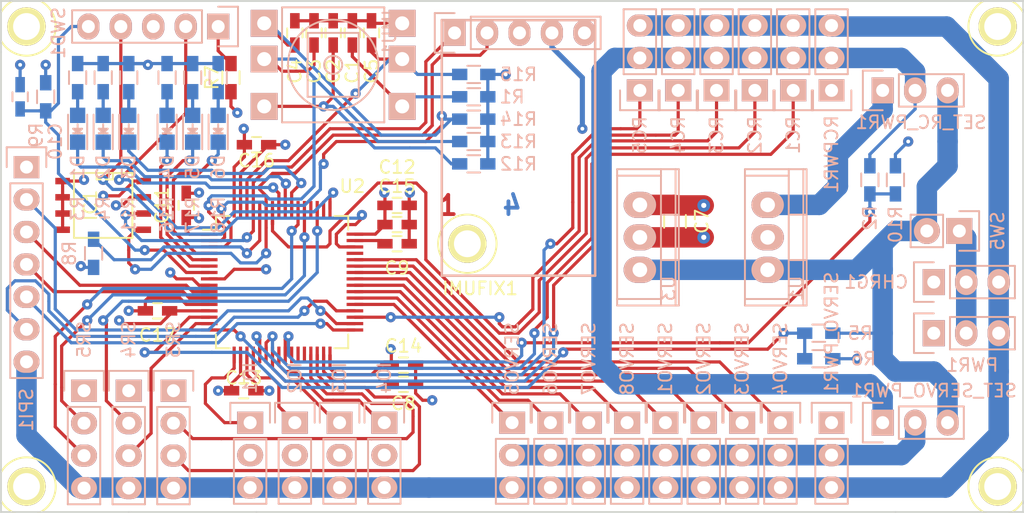
<source format=kicad_pcb>
(kicad_pcb (version 4) (host pcbnew 4.0.0-rc1-stable)
  (layers (0 F.Cu signal hide) (1 In1.Cu signal hide) (2 In2.Cu signal hide) (31 B.Cu signal hide) (34 B.Paste user hide) (35 F.Paste user hide) (36 B.SilkS user hide) (37 F.SilkS user hide) (38 B.Mask user hide) (39 F.Mask user hide) (44 Edge.Cuts user))
  (net 0 "")
  (net 1 /BUTTON.0)
  (net 2 GND)
  (net 3 3.3ANALOG)
  (net 4 "Net-(C8-Pad2)")
  (net 5 "Net-(C9-Pad2)")
  (net 6 /RESET)
  (net 7 "Net-(D1-Pad2)")
  (net 8 /LED.1)
  (net 9 "Net-(D2-Pad2)")
  (net 10 /LED.0)
  (net 11 /EEPROM.SCL)
  (net 12 /EEPROM.SDA)
  (net 13 /BOOT)
  (net 14 /RX_CHANNEL_1)
  (net 15 /RX_CHANNEL_2)
  (net 16 /RX_CHANNEL_3)
  (net 17 /RX_CHANNEL_4)
  (net 18 HVOUTPUT)
  (net 19 /SPI_SCK)
  (net 20 /SPI_MISO)
  (net 21 /SPI_MOSI)
  (net 22 /SPI_CS)
  (net 23 /SWCLK)
  (net 24 /SWDIO)
  (net 25 /SERVO_CHANNEL_1)
  (net 26 /SERVO_CHANNEL_2)
  (net 27 /SERVO_CHANNEL_3)
  (net 28 /SERVO_CHANNEL_4)
  (net 29 /SERVO_CHANNEL_5)
  (net 30 /SERVO_CHANNEL_6)
  (net 31 /SERVO_CHANNEL_7)
  (net 32 /SERVO_CHANNEL_8)
  (net 33 /VBATT/3)
  (net 34 /GPIO_0)
  (net 35 /GPIO_1)
  (net 36 /BUTTON.1)
  (net 37 /BUTTON.2)
  (net 38 /BUTTON.3)
  (net 39 /BUTTON.4)
  (net 40 "Net-(D3-Pad2)")
  (net 41 /LED.2)
  (net 42 "Net-(D4-Pad2)")
  (net 43 /LED.3)
  (net 44 "Net-(D5-Pad2)")
  (net 45 /LED.4)
  (net 46 "Net-(D6-Pad2)")
  (net 47 /LED.5)
  (net 48 5V)
  (net 49 VRX)
  (net 50 VBAT)
  (net 51 /UART3_TX)
  (net 52 /UART3_RX)
  (net 53 /GPIO_2)
  (net 54 /RX_CHANNEL_5)
  (net 55 /UART4_TX)
  (net 56 /UART4_RX)
  (net 57 /UART5_TX)
  (net 58 /UART5_RX)
  (net 59 /GPIO_3)
  (net 60 /SPI_INT)
  (net 61 /VRX/3)
  (net 62 "Net-(CHRG1-Pad2)")
  (net 63 "Net-(R7-Pad1)")
  (module Capacitors_SMD:C_0603_HandSoldering (layer F.Cu) (at 152.5 57.5 90)
    (fp_text reference C1 (at -3 0 90) (layer F.SilkS))
    (fp_text value 100nF)
    (pad 1 smd rect (at -0.95 0 90) (size 1.2 0.75) (layers F.Cu F.Paste F.Mask) (net 1 /BUTTON.0))
    (pad 2 smd rect (at 0.95 0 90) (size 1.2 0.75) (layers F.Cu F.Paste F.Mask) (net 2 GND))
  )
  (module Capacitors_SMD:C_0805_HandSoldering (layer F.Cu) (at 177.75 72.25 270)
    (fp_text reference C7 (at 0 -2.1 270) (layer F.SilkS))
    (fp_text value 10uF)
    (pad 1 smd rect (at -1.25 0 270) (size 1.5 1.25) (layers F.Cu F.Paste F.Mask) (net 3 3.3ANALOG))
    (pad 2 smd rect (at 1.25 0 270) (size 1.5 1.25) (layers F.Cu F.Paste F.Mask) (net 2 GND))
  )
  (module Capacitors_SMD:C_0603_HandSoldering (layer F.Cu) (at 156.5 85 180)
    (fp_text reference C8 (at 0 -1.5 180) (layer F.SilkS))
    (fp_text value 2.2uF)
    (pad 1 smd rect (at -0.95 0 180) (size 1.2 0.75) (layers F.Cu F.Paste F.Mask) (net 2 GND))
    (pad 2 smd rect (at 0.95 0 180) (size 1.2 0.75) (layers F.Cu F.Paste F.Mask) (net 4 "Net-(C8-Pad2)"))
  )
  (module Capacitors_SMD:C_0603_HandSoldering (layer F.Cu) (at 156 74 180)
    (fp_text reference C9 (at 0 -1.9 180) (layer F.SilkS))
    (fp_text value 2.2uF)
    (pad 1 smd rect (at -0.95 0 180) (size 1.2 0.75) (layers F.Cu F.Paste F.Mask) (net 2 GND))
    (pad 2 smd rect (at 0.95 0 180) (size 1.2 0.75) (layers F.Cu F.Paste F.Mask) (net 5 "Net-(C9-Pad2)"))
  )
  (module Capacitors_SMD:C_0603_HandSoldering (layer B.Cu) (at 126.5 62.5 90)
    (fp_text reference C10 (at -3.5 2.75 90) (layer B.SilkS) (effects (justify mirror)))
    (fp_text value 100nF)
    (pad 1 smd rect (at -0.95 0 90) (size 1.2 0.75) (layers B.Cu B.Paste B.Mask) (net 6 /RESET))
    (pad 2 smd rect (at 0.95 0 90) (size 1.2 0.75) (layers B.Cu B.Paste B.Mask) (net 2 GND))
  )
  (module Capacitors_SMD:C_0603_HandSoldering (layer F.Cu) (at 139.5 71 90)
    (fp_text reference C11 (at 0 -1.9 90) (layer F.SilkS))
    (fp_text value 1uF)
    (pad 1 smd rect (at -0.95 0 90) (size 1.2 0.75) (layers F.Cu F.Paste F.Mask) (net 3 3.3ANALOG))
    (pad 2 smd rect (at 0.95 0 90) (size 1.2 0.75) (layers F.Cu F.Paste F.Mask) (net 2 GND))
  )
  (module Capacitors_SMD:C_0603_HandSoldering (layer F.Cu) (at 156 71)
    (fp_text reference C12 (at 0 -3) (layer F.SilkS))
    (fp_text value 4.7uF)
    (pad 1 smd rect (at -0.95 0) (size 1.2 0.75) (layers F.Cu F.Paste F.Mask) (net 3 3.3ANALOG))
    (pad 2 smd rect (at 0.95 0) (size 1.2 0.75) (layers F.Cu F.Paste F.Mask) (net 2 GND))
  )
  (module Capacitors_SMD:C_0603_HandSoldering (layer F.Cu) (at 144 85.5 180)
    (fp_text reference C13 (at 0 1 180) (layer F.SilkS))
    (fp_text value 100nF)
    (pad 1 smd rect (at -0.95 0 180) (size 1.2 0.75) (layers F.Cu F.Paste F.Mask) (net 3 3.3ANALOG))
    (pad 2 smd rect (at 0.95 0 180) (size 1.2 0.75) (layers F.Cu F.Paste F.Mask) (net 2 GND))
  )
  (module Capacitors_SMD:C_0603_HandSoldering (layer F.Cu) (at 156.5 83.5)
    (fp_text reference C14 (at 0 -1.5) (layer F.SilkS))
    (fp_text value 100nF)
    (pad 1 smd rect (at -0.95 0) (size 1.2 0.75) (layers F.Cu F.Paste F.Mask) (net 3 3.3ANALOG))
    (pad 2 smd rect (at 0.95 0) (size 1.2 0.75) (layers F.Cu F.Paste F.Mask) (net 2 GND))
  )
  (module Capacitors_SMD:C_0603_HandSoldering (layer F.Cu) (at 156 72.5)
    (fp_text reference C15 (at 0 -3) (layer F.SilkS))
    (fp_text value 100nF)
    (pad 1 smd rect (at -0.95 0) (size 1.2 0.75) (layers F.Cu F.Paste F.Mask) (net 3 3.3ANALOG))
    (pad 2 smd rect (at 0.95 0) (size 1.2 0.75) (layers F.Cu F.Paste F.Mask) (net 2 GND))
  )
  (module Capacitors_SMD:C_0603_HandSoldering (layer F.Cu) (at 145 66.25)
    (fp_text reference C16 (at 0 1.25) (layer F.SilkS))
    (fp_text value 100nF)
    (pad 1 smd rect (at -0.95 0) (size 1.2 0.75) (layers F.Cu F.Paste F.Mask) (net 3 3.3ANALOG))
    (pad 2 smd rect (at 0.95 0) (size 1.2 0.75) (layers F.Cu F.Paste F.Mask) (net 2 GND))
  )
  (module Capacitors_SMD:C_0603_HandSoldering (layer F.Cu) (at 137.25 79.25 180)
    (fp_text reference C17 (at 0 -1.9 180) (layer F.SilkS))
    (fp_text value 100nF)
    (pad 1 smd rect (at -0.95 0 180) (size 1.2 0.75) (layers F.Cu F.Paste F.Mask) (net 3 3.3ANALOG))
    (pad 2 smd rect (at 0.95 0 180) (size 1.2 0.75) (layers F.Cu F.Paste F.Mask) (net 2 GND))
  )
  (module Pin_Headers:Pin_Header_Straight_1x03 (layer B.Cu) (at 198 77 270)
    (fp_text reference CHRG1 (at 0 4.5 360) (layer B.SilkS) (effects (justify mirror)))
    (fp_text value CONN_01X03)
    (pad 1 thru_hole rect (at 0 0 270) (size 2.032 1.7272) (drill 1.016) (layers *.Cu *.Mask B.SilkS))
    (pad 2 thru_hole oval (at 0 -2.54 270) (size 2.032 1.7272) (drill 1.016) (layers *.Cu *.Mask B.SilkS) (net 62 "Net-(CHRG1-Pad2)"))
    (pad 3 thru_hole oval (at 0 -5.08 270) (size 2.032 1.7272) (drill 1.016) (layers *.Cu *.Mask B.SilkS) (net 2 GND))
  )
  (module LEDs:LED-0805 (layer B.Cu) (at 131 65 90)
    (fp_text reference D1 (at -3 0 90) (layer B.SilkS) (effects (justify mirror)))
    (fp_text value LED)
    (pad 2 smd rect (at 1.04902 0 270) (size 1.19888 1.19888) (layers B.Cu B.Paste B.Mask) (net 7 "Net-(D1-Pad2)"))
    (pad 1 smd rect (at -1.04902 0 270) (size 1.19888 1.19888) (layers B.Cu B.Paste B.Mask) (net 8 /LED.1))
  )
  (module LEDs:LED-0805 (layer B.Cu) (at 133 65 90)
    (fp_text reference D2 (at -3 0 90) (layer B.SilkS) (effects (justify mirror)))
    (fp_text value LED)
    (pad 2 smd rect (at 1.04902 0 270) (size 1.19888 1.19888) (layers B.Cu B.Paste B.Mask) (net 9 "Net-(D2-Pad2)"))
    (pad 1 smd rect (at -1.04902 0 270) (size 1.19888 1.19888) (layers B.Cu B.Paste B.Mask) (net 10 /LED.0))
  )
  (module LEDs:LED-0805 (layer B.Cu) (at 135 65 90)
    (fp_text reference D3 (at -3 0 90) (layer B.SilkS) (effects (justify mirror)))
    (fp_text value LED)
    (pad 2 smd rect (at 1.04902 0 270) (size 1.19888 1.19888) (layers B.Cu B.Paste B.Mask) (net 40 "Net-(D3-Pad2)"))
    (pad 1 smd rect (at -1.04902 0 270) (size 1.19888 1.19888) (layers B.Cu B.Paste B.Mask) (net 41 /LED.2))
  )
  (module LEDs:LED-0805 (layer B.Cu) (at 138 65 90)
    (fp_text reference D4 (at -3 0 90) (layer B.SilkS) (effects (justify mirror)))
    (fp_text value LED)
    (pad 2 smd rect (at 1.04902 0 270) (size 1.19888 1.19888) (layers B.Cu B.Paste B.Mask) (net 42 "Net-(D4-Pad2)"))
    (pad 1 smd rect (at -1.04902 0 270) (size 1.19888 1.19888) (layers B.Cu B.Paste B.Mask) (net 43 /LED.3))
  )
  (module LEDs:LED-0805 (layer B.Cu) (at 140 65 90)
    (fp_text reference D5 (at -3 0 90) (layer B.SilkS) (effects (justify mirror)))
    (fp_text value LED)
    (pad 2 smd rect (at 1.04902 0 270) (size 1.19888 1.19888) (layers B.Cu B.Paste B.Mask) (net 44 "Net-(D5-Pad2)"))
    (pad 1 smd rect (at -1.04902 0 270) (size 1.19888 1.19888) (layers B.Cu B.Paste B.Mask) (net 45 /LED.4))
  )
  (module LEDs:LED-0805 (layer B.Cu) (at 142 65 90)
    (fp_text reference D6 (at -3 0 90) (layer B.SilkS) (effects (justify mirror)))
    (fp_text value LED)
    (pad 2 smd rect (at 1.04902 0 270) (size 1.19888 1.19888) (layers B.Cu B.Paste B.Mask) (net 46 "Net-(D6-Pad2)"))
    (pad 1 smd rect (at -1.04902 0 270) (size 1.19888 1.19888) (layers B.Cu B.Paste B.Mask) (net 47 /LED.5))
  )
  (module SMD_Packages:SOIC-8-N (layer F.Cu) (at 133 71 270)
    (fp_text reference IC1 (at 0 1 270) (layer F.SilkS))
    (fp_text value AT24CS01-MAHM)
    (pad 8 smd rect (at -1.905 -3.175 270) (size 0.508 1.143) (layers F.Cu F.Paste F.Mask) (net 3 3.3ANALOG))
    (pad 7 smd rect (at -0.635 -3.175 270) (size 0.508 1.143) (layers F.Cu F.Paste F.Mask) (net 2 GND))
    (pad 6 smd rect (at 0.635 -3.175 270) (size 0.508 1.143) (layers F.Cu F.Paste F.Mask) (net 11 /EEPROM.SCL))
    (pad 5 smd rect (at 1.905 -3.175 270) (size 0.508 1.143) (layers F.Cu F.Paste F.Mask) (net 12 /EEPROM.SDA))
    (pad 4 smd rect (at 1.905 3.175 270) (size 0.508 1.143) (layers F.Cu F.Paste F.Mask) (net 2 GND))
    (pad 3 smd rect (at 0.635 3.175 270) (size 0.508 1.143) (layers F.Cu F.Paste F.Mask) (net 2 GND))
    (pad 2 smd rect (at -0.635 3.175 270) (size 0.508 1.143) (layers F.Cu F.Paste F.Mask) (net 2 GND))
    (pad 1 smd rect (at -1.905 3.175 270) (size 0.508 1.143) (layers F.Cu F.Paste F.Mask) (net 2 GND))
  )
  (module Pin_Headers:Pin_Header_Straight_1x05 (layer B.Cu) (at 160.5 57.5 270)
    (fp_text reference IMU1 (at 0 5.1 270) (layer B.SilkS) (effects (justify mirror)))
    (fp_text value CONN_01X05)
    (pad 1 thru_hole rect (at 0 0 270) (size 2.032 1.7272) (drill 1.016) (layers *.Cu *.Mask B.SilkS) (net 11 /EEPROM.SCL))
    (pad 2 thru_hole oval (at 0 -2.54 270) (size 2.032 1.7272) (drill 1.016) (layers *.Cu *.Mask B.SilkS) (net 12 /EEPROM.SDA))
    (pad 3 thru_hole oval (at 0 -5.08 270) (size 2.032 1.7272) (drill 1.016) (layers *.Cu *.Mask B.SilkS) (net 2 GND))
    (pad 4 thru_hole oval (at 0 -7.62 270) (size 2.032 1.7272) (drill 1.016) (layers *.Cu *.Mask B.SilkS) (net 48 5V))
    (pad 5 thru_hole oval (at 0 -10.16 270) (size 2.032 1.7272) (drill 1.016) (layers *.Cu *.Mask B.SilkS))
  )
  (module Connect:1pin (layer F.Cu) (at 161.5 74)
    (fp_text reference IMUFIX1 (at 1 3.5) (layer F.SilkS))
    (fp_text value TST)
    (pad 1 thru_hole circle (at 0 0) (size 3 3) (drill 2.1) (layers *.Cu *.Mask F.SilkS))
  )
  (module Pin_Headers:Pin_Header_Straight_1x03 (layer B.Cu) (at 144.5 88 180)
    (fp_text reference IO1 (at 0 3.5 270) (layer B.SilkS) (effects (justify mirror)))
    (fp_text value CONN_01X03)
    (pad 1 thru_hole rect (at 0 0 180) (size 2.032 1.7272) (drill 1.016) (layers *.Cu *.Mask B.SilkS) (net 34 /GPIO_0))
    (pad 2 thru_hole oval (at 0 -2.54 180) (size 2.032 1.7272) (drill 1.016) (layers *.Cu *.Mask B.SilkS) (net 3 3.3ANALOG))
    (pad 3 thru_hole oval (at 0 -5.08 180) (size 2.032 1.7272) (drill 1.016) (layers *.Cu *.Mask B.SilkS) (net 2 GND))
  )
  (module Pin_Headers:Pin_Header_Straight_1x03 (layer B.Cu) (at 148 88 180)
    (fp_text reference IO2 (at 0 3.5 270) (layer B.SilkS) (effects (justify mirror)))
    (fp_text value CONN_01X03)
    (pad 1 thru_hole rect (at 0 0 180) (size 2.032 1.7272) (drill 1.016) (layers *.Cu *.Mask B.SilkS) (net 35 /GPIO_1))
    (pad 2 thru_hole oval (at 0 -2.54 180) (size 2.032 1.7272) (drill 1.016) (layers *.Cu *.Mask B.SilkS) (net 3 3.3ANALOG))
    (pad 3 thru_hole oval (at 0 -5.08 180) (size 2.032 1.7272) (drill 1.016) (layers *.Cu *.Mask B.SilkS) (net 2 GND))
  )
  (module Pin_Headers:Pin_Header_Straight_1x03 (layer B.Cu) (at 151.5 88 180)
    (fp_text reference IO3 (at 0 3.5 270) (layer B.SilkS) (effects (justify mirror)))
    (fp_text value CONN_01X03)
    (pad 1 thru_hole rect (at 0 0 180) (size 2.032 1.7272) (drill 1.016) (layers *.Cu *.Mask B.SilkS) (net 53 /GPIO_2))
    (pad 2 thru_hole oval (at 0 -2.54 180) (size 2.032 1.7272) (drill 1.016) (layers *.Cu *.Mask B.SilkS) (net 3 3.3ANALOG))
    (pad 3 thru_hole oval (at 0 -5.08 180) (size 2.032 1.7272) (drill 1.016) (layers *.Cu *.Mask B.SilkS) (net 2 GND))
  )
  (module Pin_Headers:Pin_Header_Straight_1x03 (layer B.Cu) (at 155 88 180)
    (fp_text reference IO4 (at 0 3.5 270) (layer B.SilkS) (effects (justify mirror)))
    (fp_text value CONN_01X03)
    (pad 1 thru_hole rect (at 0 0 180) (size 2.032 1.7272) (drill 1.016) (layers *.Cu *.Mask B.SilkS) (net 59 /GPIO_3))
    (pad 2 thru_hole oval (at 0 -2.54 180) (size 2.032 1.7272) (drill 1.016) (layers *.Cu *.Mask B.SilkS) (net 3 3.3ANALOG))
    (pad 3 thru_hole oval (at 0 -5.08 180) (size 2.032 1.7272) (drill 1.016) (layers *.Cu *.Mask B.SilkS) (net 2 GND))
  )
  (module Connect:1pin (layer F.Cu) (at 127 57)
    (fp_text reference P9 (at 0 -3.048) (layer F.SilkS))
    (fp_text value TST)
    (pad 1 thru_hole circle (at 0 0) (size 3 3) (drill 2.1) (layers *.Cu *.Mask F.SilkS))
  )
  (module Connect:1pin (layer F.Cu) (at 203 57)
    (fp_text reference P10 (at 0 -3.048) (layer F.SilkS))
    (fp_text value TST)
    (pad 1 thru_hole circle (at 0 0) (size 3 3) (drill 2.1) (layers *.Cu *.Mask F.SilkS))
  )
  (module Connect:1pin (layer F.Cu) (at 203 93)
    (fp_text reference P11 (at 0 3.25) (layer F.SilkS))
    (fp_text value TST)
    (pad 1 thru_hole circle (at 0 0) (size 3 3) (drill 2.1) (layers *.Cu *.Mask F.SilkS))
  )
  (module Connect:1pin (layer F.Cu) (at 127 93)
    (fp_text reference P12 (at -4.25 0.25) (layer F.SilkS))
    (fp_text value TST)
    (pad 1 thru_hole circle (at 0 0) (size 3 3) (drill 2.1) (layers *.Cu *.Mask F.SilkS))
  )
  (module Pin_Headers:Pin_Header_Straight_1x03 (layer B.Cu) (at 198 81 270)
    (fp_text reference PWR1 (at 2.5 -3 360) (layer B.SilkS) (effects (justify mirror)))
    (fp_text value CONN_01X03)
    (pad 1 thru_hole rect (at 0 0 270) (size 2.032 1.7272) (drill 1.016) (layers *.Cu *.Mask B.SilkS))
    (pad 2 thru_hole oval (at 0 -2.54 270) (size 2.032 1.7272) (drill 1.016) (layers *.Cu *.Mask B.SilkS) (net 62 "Net-(CHRG1-Pad2)"))
    (pad 3 thru_hole oval (at 0 -5.08 270) (size 2.032 1.7272) (drill 1.016) (layers *.Cu *.Mask B.SilkS) (net 2 GND))
  )
  (module Resistors_SMD:R_0603_HandSoldering (layer B.Cu) (at 162 62.5 180)
    (fp_text reference R1 (at -3 0 180) (layer B.SilkS) (effects (justify mirror)))
    (fp_text value 10k)
    (pad 1 smd rect (at -1.1 0 180) (size 1.2 0.9) (layers B.Cu B.Paste B.Mask) (net 3 3.3ANALOG))
    (pad 2 smd rect (at 1.1 0 180) (size 1.2 0.9) (layers B.Cu B.Paste B.Mask) (net 1 /BUTTON.0))
  )
  (module Resistors_SMD:R_0603_HandSoldering (layer B.Cu) (at 193 69 270)
    (fp_text reference R2 (at 3 0 270) (layer B.SilkS) (effects (justify mirror)))
    (fp_text value 20k)
    (pad 1 smd rect (at -1.1 0 270) (size 1.2 0.9) (layers B.Cu B.Paste B.Mask) (net 49 VRX))
    (pad 2 smd rect (at 1.1 0 270) (size 1.2 0.9) (layers B.Cu B.Paste B.Mask) (net 61 /VRX/3))
  )
  (module Resistors_SMD:R_0603_HandSoldering (layer B.Cu) (at 131 61 270)
    (fp_text reference R3 (at 10.25 0 270) (layer B.SilkS) (effects (justify mirror)))
    (fp_text value 60)
    (pad 1 smd rect (at -1.1 0 270) (size 1.2 0.9) (layers B.Cu B.Paste B.Mask) (net 3 3.3ANALOG))
    (pad 2 smd rect (at 1.1 0 270) (size 1.2 0.9) (layers B.Cu B.Paste B.Mask) (net 7 "Net-(D1-Pad2)"))
  )
  (module Resistors_SMD:R_0603_HandSoldering (layer B.Cu) (at 133 61 270)
    (fp_text reference R4 (at 10.25 0 270) (layer B.SilkS) (effects (justify mirror)))
    (fp_text value 60)
    (pad 1 smd rect (at -1.1 0 270) (size 1.2 0.9) (layers B.Cu B.Paste B.Mask) (net 3 3.3ANALOG))
    (pad 2 smd rect (at 1.1 0 270) (size 1.2 0.9) (layers B.Cu B.Paste B.Mask) (net 9 "Net-(D2-Pad2)"))
  )
  (module Resistors_SMD:R_0603_HandSoldering (layer B.Cu) (at 189 81 180)
    (fp_text reference R5 (at -3.25 0 180) (layer B.SilkS) (effects (justify mirror)))
    (fp_text value 20k)
    (pad 1 smd rect (at -1.1 0 180) (size 1.2 0.9) (layers B.Cu B.Paste B.Mask) (net 50 VBAT))
    (pad 2 smd rect (at 1.1 0 180) (size 1.2 0.9) (layers B.Cu B.Paste B.Mask) (net 33 /VBATT/3))
  )
  (module Resistors_SMD:R_0603_HandSoldering (layer B.Cu) (at 189 83)
    (fp_text reference R6 (at 3.5 0) (layer B.SilkS) (effects (justify mirror)))
    (fp_text value 10k)
    (pad 1 smd rect (at -1.1 0) (size 1.2 0.9) (layers B.Cu B.Paste B.Mask) (net 33 /VBATT/3))
    (pad 2 smd rect (at 1.1 0) (size 1.2 0.9) (layers B.Cu B.Paste B.Mask) (net 2 GND))
  )
  (module Resistors_SMD:R_0603_HandSoldering (layer F.Cu) (at 143 61 270)
    (fp_text reference R7 (at 0 1.5 270) (layer F.SilkS))
    (fp_text value 100)
    (pad 1 smd rect (at -1.1 0 270) (size 1.2 0.9) (layers F.Cu F.Paste F.Mask) (net 63 "Net-(R7-Pad1)"))
    (pad 2 smd rect (at 1.1 0 270) (size 1.2 0.9) (layers F.Cu F.Paste F.Mask) (net 3 3.3ANALOG))
  )
  (module Resistors_SMD:R_0603_HandSoldering (layer B.Cu) (at 132.25 74.75 270)
    (fp_text reference R8 (at 0 1.9 270) (layer B.SilkS) (effects (justify mirror)))
    (fp_text value 10k)
    (pad 1 smd rect (at -1.1 0 270) (size 1.2 0.9) (layers B.Cu B.Paste B.Mask) (net 13 /BOOT))
    (pad 2 smd rect (at 1.1 0 270) (size 1.2 0.9) (layers B.Cu B.Paste B.Mask) (net 2 GND))
  )
  (module Resistors_SMD:R_0603_HandSoldering (layer B.Cu) (at 128.5 62.5 270)
    (fp_text reference R9 (at 3 0.75 270) (layer B.SilkS) (effects (justify mirror)))
    (fp_text value 100k)
    (pad 1 smd rect (at -1.1 0 270) (size 1.2 0.9) (layers B.Cu B.Paste B.Mask) (net 3 3.3ANALOG))
    (pad 2 smd rect (at 1.1 0 270) (size 1.2 0.9) (layers B.Cu B.Paste B.Mask) (net 6 /RESET))
  )
  (module Resistors_SMD:R_0603_HandSoldering (layer B.Cu) (at 195 69 90)
    (fp_text reference R10 (at -3.5 0 270) (layer B.SilkS) (effects (justify mirror)))
    (fp_text value 10k)
    (pad 1 smd rect (at -1.1 0 90) (size 1.2 0.9) (layers B.Cu B.Paste B.Mask) (net 61 /VRX/3))
    (pad 2 smd rect (at 1.1 0 90) (size 1.2 0.9) (layers B.Cu B.Paste B.Mask) (net 2 GND))
  )
  (module Resistors_SMD:R_0603_HandSoldering (layer B.Cu) (at 135 61 270)
    (fp_text reference R11 (at 10.75 0 270) (layer B.SilkS) (effects (justify mirror)))
    (fp_text value 60)
    (pad 1 smd rect (at -1.1 0 270) (size 1.2 0.9) (layers B.Cu B.Paste B.Mask) (net 3 3.3ANALOG))
    (pad 2 smd rect (at 1.1 0 270) (size 1.2 0.9) (layers B.Cu B.Paste B.Mask) (net 40 "Net-(D3-Pad2)"))
  )
  (module Resistors_SMD:R_0603_HandSoldering (layer B.Cu) (at 138 61 270)
    (fp_text reference R16 (at 10.75 0 270) (layer B.SilkS) (effects (justify mirror)))
    (fp_text value 60)
    (pad 1 smd rect (at -1.1 0 270) (size 1.2 0.9) (layers B.Cu B.Paste B.Mask) (net 3 3.3ANALOG))
    (pad 2 smd rect (at 1.1 0 270) (size 1.2 0.9) (layers B.Cu B.Paste B.Mask) (net 42 "Net-(D4-Pad2)"))
  )
  (module Resistors_SMD:R_0603_HandSoldering (layer B.Cu) (at 140 61 270)
    (fp_text reference R17 (at 10.75 0 270) (layer B.SilkS) (effects (justify mirror)))
    (fp_text value 60)
    (pad 1 smd rect (at -1.1 0 270) (size 1.2 0.9) (layers B.Cu B.Paste B.Mask) (net 3 3.3ANALOG))
    (pad 2 smd rect (at 1.1 0 270) (size 1.2 0.9) (layers B.Cu B.Paste B.Mask) (net 44 "Net-(D5-Pad2)"))
  )
  (module Resistors_SMD:R_0603_HandSoldering (layer B.Cu) (at 142 61 270)
    (fp_text reference R18 (at 10.75 0 270) (layer B.SilkS) (effects (justify mirror)))
    (fp_text value 60)
    (pad 1 smd rect (at -1.1 0 270) (size 1.2 0.9) (layers B.Cu B.Paste B.Mask) (net 3 3.3ANALOG))
    (pad 2 smd rect (at 1.1 0 270) (size 1.2 0.9) (layers B.Cu B.Paste B.Mask) (net 46 "Net-(D6-Pad2)"))
  )
  (module Pin_Headers:Pin_Header_Straight_1x03 (layer B.Cu) (at 187 62)
    (fp_text reference RC1 (at 0 3.5 90) (layer B.SilkS) (effects (justify mirror)))
    (fp_text value CONN_01X03)
    (pad 1 thru_hole rect (at 0 0) (size 2.032 1.7272) (drill 1.016) (layers *.Cu *.Mask B.SilkS) (net 14 /RX_CHANNEL_1))
    (pad 2 thru_hole oval (at 0 -2.54) (size 2.032 1.7272) (drill 1.016) (layers *.Cu *.Mask B.SilkS) (net 49 VRX))
    (pad 3 thru_hole oval (at 0 -5.08) (size 2.032 1.7272) (drill 1.016) (layers *.Cu *.Mask B.SilkS) (net 2 GND))
  )
  (module Pin_Headers:Pin_Header_Straight_1x03 (layer B.Cu) (at 184 62)
    (fp_text reference RC2 (at 0 3.5 90) (layer B.SilkS) (effects (justify mirror)))
    (fp_text value CONN_01X03)
    (pad 1 thru_hole rect (at 0 0) (size 2.032 1.7272) (drill 1.016) (layers *.Cu *.Mask B.SilkS) (net 15 /RX_CHANNEL_2))
    (pad 2 thru_hole oval (at 0 -2.54) (size 2.032 1.7272) (drill 1.016) (layers *.Cu *.Mask B.SilkS) (net 49 VRX))
    (pad 3 thru_hole oval (at 0 -5.08) (size 2.032 1.7272) (drill 1.016) (layers *.Cu *.Mask B.SilkS) (net 2 GND))
  )
  (module Pin_Headers:Pin_Header_Straight_1x03 (layer B.Cu) (at 181 62)
    (fp_text reference RC3 (at 0 3.5 90) (layer B.SilkS) (effects (justify mirror)))
    (fp_text value CONN_01X03)
    (pad 1 thru_hole rect (at 0 0) (size 2.032 1.7272) (drill 1.016) (layers *.Cu *.Mask B.SilkS) (net 16 /RX_CHANNEL_3))
    (pad 2 thru_hole oval (at 0 -2.54) (size 2.032 1.7272) (drill 1.016) (layers *.Cu *.Mask B.SilkS) (net 49 VRX))
    (pad 3 thru_hole oval (at 0 -5.08) (size 2.032 1.7272) (drill 1.016) (layers *.Cu *.Mask B.SilkS) (net 2 GND))
  )
  (module Pin_Headers:Pin_Header_Straight_1x03 (layer B.Cu) (at 178 62)
    (fp_text reference RC4 (at 0 3.5 90) (layer B.SilkS) (effects (justify mirror)))
    (fp_text value CONN_01X03)
    (pad 1 thru_hole rect (at 0 0) (size 2.032 1.7272) (drill 1.016) (layers *.Cu *.Mask B.SilkS) (net 17 /RX_CHANNEL_4))
    (pad 2 thru_hole oval (at 0 -2.54) (size 2.032 1.7272) (drill 1.016) (layers *.Cu *.Mask B.SilkS) (net 49 VRX))
    (pad 3 thru_hole oval (at 0 -5.08) (size 2.032 1.7272) (drill 1.016) (layers *.Cu *.Mask B.SilkS) (net 2 GND))
  )
  (module Pin_Headers:Pin_Header_Straight_1x03 (layer B.Cu) (at 175 62)
    (fp_text reference RC5 (at 0 3.5 90) (layer B.SilkS) (effects (justify mirror)))
    (fp_text value CONN_01X03)
    (pad 1 thru_hole rect (at 0 0) (size 2.032 1.7272) (drill 1.016) (layers *.Cu *.Mask B.SilkS) (net 54 /RX_CHANNEL_5))
    (pad 2 thru_hole oval (at 0 -2.54) (size 2.032 1.7272) (drill 1.016) (layers *.Cu *.Mask B.SilkS) (net 49 VRX))
    (pad 3 thru_hole oval (at 0 -5.08) (size 2.032 1.7272) (drill 1.016) (layers *.Cu *.Mask B.SilkS) (net 2 GND))
  )
  (module Pin_Headers:Pin_Header_Straight_1x03 (layer B.Cu) (at 190 62)
    (fp_text reference RCPWR1 (at 0 5 90) (layer B.SilkS) (effects (justify mirror)))
    (fp_text value CONN_01X03)
    (pad 1 thru_hole rect (at 0 0) (size 2.032 1.7272) (drill 1.016) (layers *.Cu *.Mask B.SilkS))
    (pad 2 thru_hole oval (at 0 -2.54) (size 2.032 1.7272) (drill 1.016) (layers *.Cu *.Mask B.SilkS) (net 49 VRX))
    (pad 3 thru_hole oval (at 0 -5.08) (size 2.032 1.7272) (drill 1.016) (layers *.Cu *.Mask B.SilkS) (net 2 GND))
  )
  (module Pin_Headers:Pin_Header_Straight_1x03 (layer B.Cu) (at 177 88 180)
    (fp_text reference SERVO1 (at 0 5 270) (layer B.SilkS) (effects (justify mirror)))
    (fp_text value CONN_01X03)
    (pad 1 thru_hole rect (at 0 0 180) (size 2.032 1.7272) (drill 1.016) (layers *.Cu *.Mask B.SilkS) (net 25 /SERVO_CHANNEL_1))
    (pad 2 thru_hole oval (at 0 -2.54 180) (size 2.032 1.7272) (drill 1.016) (layers *.Cu *.Mask B.SilkS) (net 18 HVOUTPUT))
    (pad 3 thru_hole oval (at 0 -5.08 180) (size 2.032 1.7272) (drill 1.016) (layers *.Cu *.Mask B.SilkS) (net 2 GND))
  )
  (module Pin_Headers:Pin_Header_Straight_1x03 (layer B.Cu) (at 180 88 180)
    (fp_text reference SERVO2 (at 0 5 270) (layer B.SilkS) (effects (justify mirror)))
    (fp_text value CONN_01X03)
    (pad 1 thru_hole rect (at 0 0 180) (size 2.032 1.7272) (drill 1.016) (layers *.Cu *.Mask B.SilkS) (net 26 /SERVO_CHANNEL_2))
    (pad 2 thru_hole oval (at 0 -2.54 180) (size 2.032 1.7272) (drill 1.016) (layers *.Cu *.Mask B.SilkS) (net 18 HVOUTPUT))
    (pad 3 thru_hole oval (at 0 -5.08 180) (size 2.032 1.7272) (drill 1.016) (layers *.Cu *.Mask B.SilkS) (net 2 GND))
  )
  (module Pin_Headers:Pin_Header_Straight_1x03 (layer B.Cu) (at 183 88 180)
    (fp_text reference SERVO3 (at 0 5 270) (layer B.SilkS) (effects (justify mirror)))
    (fp_text value CONN_01X03)
    (pad 1 thru_hole rect (at 0 0 180) (size 2.032 1.7272) (drill 1.016) (layers *.Cu *.Mask B.SilkS) (net 27 /SERVO_CHANNEL_3))
    (pad 2 thru_hole oval (at 0 -2.54 180) (size 2.032 1.7272) (drill 1.016) (layers *.Cu *.Mask B.SilkS) (net 18 HVOUTPUT))
    (pad 3 thru_hole oval (at 0 -5.08 180) (size 2.032 1.7272) (drill 1.016) (layers *.Cu *.Mask B.SilkS) (net 2 GND))
  )
  (module Pin_Headers:Pin_Header_Straight_1x03 (layer B.Cu) (at 186 88 180)
    (fp_text reference SERVO4 (at 0 5 450) (layer B.SilkS) (effects (justify mirror)))
    (fp_text value CONN_01X03)
    (pad 1 thru_hole rect (at 0 0 180) (size 2.032 1.7272) (drill 1.016) (layers *.Cu *.Mask B.SilkS) (net 28 /SERVO_CHANNEL_4))
    (pad 2 thru_hole oval (at 0 -2.54 180) (size 2.032 1.7272) (drill 1.016) (layers *.Cu *.Mask B.SilkS) (net 18 HVOUTPUT))
    (pad 3 thru_hole oval (at 0 -5.08 180) (size 2.032 1.7272) (drill 1.016) (layers *.Cu *.Mask B.SilkS) (net 2 GND))
  )
  (module Pin_Headers:Pin_Header_Straight_1x03 (layer B.Cu) (at 165 88 180)
    (fp_text reference SERVO5 (at 0 5 270) (layer B.SilkS) (effects (justify mirror)))
    (fp_text value CONN_01X03)
    (pad 1 thru_hole rect (at 0 0 180) (size 2.032 1.7272) (drill 1.016) (layers *.Cu *.Mask B.SilkS) (net 29 /SERVO_CHANNEL_5))
    (pad 2 thru_hole oval (at 0 -2.54 180) (size 2.032 1.7272) (drill 1.016) (layers *.Cu *.Mask B.SilkS) (net 18 HVOUTPUT))
    (pad 3 thru_hole oval (at 0 -5.08 180) (size 2.032 1.7272) (drill 1.016) (layers *.Cu *.Mask B.SilkS) (net 2 GND))
  )
  (module Pin_Headers:Pin_Header_Straight_1x03 (layer B.Cu) (at 168 88 180)
    (fp_text reference SERVO6 (at 0 5 270) (layer B.SilkS) (effects (justify mirror)))
    (fp_text value CONN_01X03)
    (pad 1 thru_hole rect (at 0 0 180) (size 2.032 1.7272) (drill 1.016) (layers *.Cu *.Mask B.SilkS) (net 30 /SERVO_CHANNEL_6))
    (pad 2 thru_hole oval (at 0 -2.54 180) (size 2.032 1.7272) (drill 1.016) (layers *.Cu *.Mask B.SilkS) (net 18 HVOUTPUT))
    (pad 3 thru_hole oval (at 0 -5.08 180) (size 2.032 1.7272) (drill 1.016) (layers *.Cu *.Mask B.SilkS) (net 2 GND))
  )
  (module Pin_Headers:Pin_Header_Straight_1x03 (layer B.Cu) (at 171 88 180)
    (fp_text reference SERVO7 (at 0 5 270) (layer B.SilkS) (effects (justify mirror)))
    (fp_text value CONN_01X03)
    (pad 1 thru_hole rect (at 0 0 180) (size 2.032 1.7272) (drill 1.016) (layers *.Cu *.Mask B.SilkS) (net 31 /SERVO_CHANNEL_7))
    (pad 2 thru_hole oval (at 0 -2.54 180) (size 2.032 1.7272) (drill 1.016) (layers *.Cu *.Mask B.SilkS) (net 18 HVOUTPUT))
    (pad 3 thru_hole oval (at 0 -5.08 180) (size 2.032 1.7272) (drill 1.016) (layers *.Cu *.Mask B.SilkS) (net 2 GND))
  )
  (module Pin_Headers:Pin_Header_Straight_1x03 (layer B.Cu) (at 174 88 180)
    (fp_text reference SERVO8 (at 0 5 270) (layer B.SilkS) (effects (justify mirror)))
    (fp_text value CONN_01X03)
    (pad 1 thru_hole rect (at 0 0 180) (size 2.032 1.7272) (drill 1.016) (layers *.Cu *.Mask B.SilkS) (net 32 /SERVO_CHANNEL_8))
    (pad 2 thru_hole oval (at 0 -2.54 180) (size 2.032 1.7272) (drill 1.016) (layers *.Cu *.Mask B.SilkS) (net 18 HVOUTPUT))
    (pad 3 thru_hole oval (at 0 -5.08 180) (size 2.032 1.7272) (drill 1.016) (layers *.Cu *.Mask B.SilkS) (net 2 GND))
  )
  (module Pin_Headers:Pin_Header_Straight_1x03 (layer B.Cu) (at 190 88 180)
    (fp_text reference SERVO_PWR1 (at 0 7 270) (layer B.SilkS) (effects (justify mirror)))
    (fp_text value CONN_01X03)
    (pad 1 thru_hole rect (at 0 0 180) (size 2.032 1.7272) (drill 1.016) (layers *.Cu *.Mask B.SilkS))
    (pad 2 thru_hole oval (at 0 -2.54 180) (size 2.032 1.7272) (drill 1.016) (layers *.Cu *.Mask B.SilkS) (net 18 HVOUTPUT))
    (pad 3 thru_hole oval (at 0 -5.08 180) (size 2.032 1.7272) (drill 1.016) (layers *.Cu *.Mask B.SilkS) (net 2 GND))
  )
  (module Pin_Headers:Pin_Header_Straight_1x03 (layer B.Cu) (at 194 62 270)
    (fp_text reference SET_RC_PWR1 (at 2.5 -3 360) (layer B.SilkS) (effects (justify mirror)))
    (fp_text value CONN_01X03)
    (pad 1 thru_hole rect (at 0 0 270) (size 2.032 1.7272) (drill 1.016) (layers *.Cu *.Mask B.SilkS) (net 48 5V))
    (pad 2 thru_hole oval (at 0 -2.54 270) (size 2.032 1.7272) (drill 1.016) (layers *.Cu *.Mask B.SilkS) (net 49 VRX))
    (pad 3 thru_hole oval (at 0 -5.08 270) (size 2.032 1.7272) (drill 1.016) (layers *.Cu *.Mask B.SilkS) (net 50 VBAT))
  )
  (module Pin_Headers:Pin_Header_Straight_1x03 (layer B.Cu) (at 194 88 270)
    (fp_text reference SET_SERVO_PWR1 (at -2.5 -4 360) (layer B.SilkS) (effects (justify mirror)))
    (fp_text value CONN_01X03)
    (pad 1 thru_hole rect (at 0 0 270) (size 2.032 1.7272) (drill 1.016) (layers *.Cu *.Mask B.SilkS) (net 49 VRX))
    (pad 2 thru_hole oval (at 0 -2.54 270) (size 2.032 1.7272) (drill 1.016) (layers *.Cu *.Mask B.SilkS) (net 18 HVOUTPUT))
    (pad 3 thru_hole oval (at 0 -5.08 270) (size 2.032 1.7272) (drill 1.016) (layers *.Cu *.Mask B.SilkS) (net 50 VBAT))
  )
  (module Pin_Headers:Pin_Header_Straight_1x07 (layer B.Cu) (at 127 68 180)
    (fp_text reference SPI1 (at 0 -19 270) (layer B.SilkS) (effects (justify mirror)))
    (fp_text value CONN_01X07)
    (pad 1 thru_hole rect (at 0 0 180) (size 2.032 1.7272) (drill 1.016) (layers *.Cu *.Mask B.SilkS) (net 3 3.3ANALOG))
    (pad 2 thru_hole oval (at 0 -2.54 180) (size 2.032 1.7272) (drill 1.016) (layers *.Cu *.Mask B.SilkS) (net 19 /SPI_SCK))
    (pad 3 thru_hole oval (at 0 -5.08 180) (size 2.032 1.7272) (drill 1.016) (layers *.Cu *.Mask B.SilkS) (net 20 /SPI_MISO))
    (pad 4 thru_hole oval (at 0 -7.62 180) (size 2.032 1.7272) (drill 1.016) (layers *.Cu *.Mask B.SilkS) (net 21 /SPI_MOSI))
    (pad 5 thru_hole oval (at 0 -10.16 180) (size 2.032 1.7272) (drill 1.016) (layers *.Cu *.Mask B.SilkS) (net 22 /SPI_CS))
    (pad 6 thru_hole oval (at 0 -12.7 180) (size 2.032 1.7272) (drill 1.016) (layers *.Cu *.Mask B.SilkS) (net 60 /SPI_INT))
    (pad 7 thru_hole oval (at 0 -15.24 180) (size 2.032 1.7272) (drill 1.016) (layers *.Cu *.Mask B.SilkS) (net 2 GND))
  )
  (module Pin_Headers:Pin_Header_Straight_1x05 (layer B.Cu) (at 142 57 90)
    (fp_text reference SWD1 (at -0.5 -12.5 90) (layer B.SilkS) (effects (justify mirror)))
    (fp_text value CONN_01X05)
    (pad 1 thru_hole rect (at 0 0 90) (size 2.032 1.7272) (drill 1.016) (layers *.Cu *.Mask B.SilkS) (net 63 "Net-(R7-Pad1)"))
    (pad 2 thru_hole oval (at 0 -2.54 90) (size 2.032 1.7272) (drill 1.016) (layers *.Cu *.Mask B.SilkS) (net 23 /SWCLK))
    (pad 3 thru_hole oval (at 0 -5.08 90) (size 2.032 1.7272) (drill 1.016) (layers *.Cu *.Mask B.SilkS) (net 2 GND))
    (pad 4 thru_hole oval (at 0 -7.62 90) (size 2.032 1.7272) (drill 1.016) (layers *.Cu *.Mask B.SilkS) (net 24 /SWDIO))
    (pad 5 thru_hole oval (at 0 -10.16 90) (size 2.032 1.7272) (drill 1.016) (layers *.Cu *.Mask B.SilkS) (net 6 /RESET))
  )
  (module Housings_QFP:LQFP-64_10x10mm_Pitch0.5mm (layer F.Cu) (at 147 77)
    (fp_text reference U2 (at 5.5 -7.5) (layer F.SilkS))
    (fp_text value STM32F415RGT6)
    (pad 1 smd rect (at -5.7 -3.75) (size 1.3 0.25) (layers F.Cu F.Paste F.Mask) (net 3 3.3ANALOG))
    (pad 2 smd rect (at -5.7 -3.25) (size 1.3 0.25) (layers F.Cu F.Paste F.Mask) (net 37 /BUTTON.2))
    (pad 3 smd rect (at -5.7 -2.75) (size 1.3 0.25) (layers F.Cu F.Paste F.Mask) (net 38 /BUTTON.3))
    (pad 4 smd rect (at -5.7 -2.25) (size 1.3 0.25) (layers F.Cu F.Paste F.Mask) (net 47 /LED.5))
    (pad 5 smd rect (at -5.7 -1.75) (size 1.3 0.25) (layers F.Cu F.Paste F.Mask) (net 45 /LED.4))
    (pad 6 smd rect (at -5.7 -1.25) (size 1.3 0.25) (layers F.Cu F.Paste F.Mask) (net 43 /LED.3))
    (pad 7 smd rect (at -5.7 -0.75) (size 1.3 0.25) (layers F.Cu F.Paste F.Mask) (net 6 /RESET))
    (pad 8 smd rect (at -5.7 -0.25) (size 1.3 0.25) (layers F.Cu F.Paste F.Mask) (net 1 /BUTTON.0))
    (pad 9 smd rect (at -5.7 0.25) (size 1.3 0.25) (layers F.Cu F.Paste F.Mask) (net 36 /BUTTON.1))
    (pad 10 smd rect (at -5.7 0.75) (size 1.3 0.25) (layers F.Cu F.Paste F.Mask) (net 20 /SPI_MISO))
    (pad 11 smd rect (at -5.7 1.25) (size 1.3 0.25) (layers F.Cu F.Paste F.Mask) (net 21 /SPI_MOSI))
    (pad 12 smd rect (at -5.7 1.75) (size 1.3 0.25) (layers F.Cu F.Paste F.Mask) (net 2 GND))
    (pad 13 smd rect (at -5.7 2.25) (size 1.3 0.25) (layers F.Cu F.Paste F.Mask) (net 3 3.3ANALOG))
    (pad 14 smd rect (at -5.7 2.75) (size 1.3 0.25) (layers F.Cu F.Paste F.Mask) (net 33 /VBATT/3))
    (pad 15 smd rect (at -5.7 3.25) (size 1.3 0.25) (layers F.Cu F.Paste F.Mask) (net 56 /UART4_RX))
    (pad 16 smd rect (at -5.7 3.75) (size 1.3 0.25) (layers F.Cu F.Paste F.Mask) (net 14 /RX_CHANNEL_1))
    (pad 17 smd rect (at -3.75 5.7 90) (size 1.3 0.25) (layers F.Cu F.Paste F.Mask) (net 34 /GPIO_0))
    (pad 18 smd rect (at -3.25 5.7 90) (size 1.3 0.25) (layers F.Cu F.Paste F.Mask) (net 2 GND))
    (pad 19 smd rect (at -2.75 5.7 90) (size 1.3 0.25) (layers F.Cu F.Paste F.Mask) (net 3 3.3ANALOG))
    (pad 20 smd rect (at -2.25 5.7 90) (size 1.3 0.25) (layers F.Cu F.Paste F.Mask) (net 35 /GPIO_1))
    (pad 21 smd rect (at -1.75 5.7 90) (size 1.3 0.25) (layers F.Cu F.Paste F.Mask) (net 54 /RX_CHANNEL_5))
    (pad 22 smd rect (at -1.25 5.7 90) (size 1.3 0.25) (layers F.Cu F.Paste F.Mask) (net 15 /RX_CHANNEL_2))
    (pad 23 smd rect (at -0.75 5.7 90) (size 1.3 0.25) (layers F.Cu F.Paste F.Mask) (net 53 /GPIO_2))
    (pad 24 smd rect (at -0.25 5.7 90) (size 1.3 0.25) (layers F.Cu F.Paste F.Mask) (net 59 /GPIO_3))
    (pad 25 smd rect (at 0.25 5.7 90) (size 1.3 0.25) (layers F.Cu F.Paste F.Mask) (net 61 /VRX/3))
    (pad 26 smd rect (at 0.75 5.7 90) (size 1.3 0.25) (layers F.Cu F.Paste F.Mask))
    (pad 27 smd rect (at 1.25 5.7 90) (size 1.3 0.25) (layers F.Cu F.Paste F.Mask))
    (pad 28 smd rect (at 1.75 5.7 90) (size 1.3 0.25) (layers F.Cu F.Paste F.Mask))
    (pad 29 smd rect (at 2.25 5.7 90) (size 1.3 0.25) (layers F.Cu F.Paste F.Mask) (net 51 /UART3_TX))
    (pad 30 smd rect (at 2.75 5.7 90) (size 1.3 0.25) (layers F.Cu F.Paste F.Mask) (net 52 /UART3_RX))
    (pad 31 smd rect (at 3.25 5.7 90) (size 1.3 0.25) (layers F.Cu F.Paste F.Mask) (net 4 "Net-(C8-Pad2)"))
    (pad 32 smd rect (at 3.75 5.7 90) (size 1.3 0.25) (layers F.Cu F.Paste F.Mask) (net 3 3.3ANALOG))
    (pad 33 smd rect (at 5.7 3.75) (size 1.3 0.25) (layers F.Cu F.Paste F.Mask) (net 22 /SPI_CS))
    (pad 34 smd rect (at 5.7 3.25) (size 1.3 0.25) (layers F.Cu F.Paste F.Mask) (net 19 /SPI_SCK))
    (pad 35 smd rect (at 5.7 2.75) (size 1.3 0.25) (layers F.Cu F.Paste F.Mask) (net 17 /RX_CHANNEL_4))
    (pad 36 smd rect (at 5.7 2.25) (size 1.3 0.25) (layers F.Cu F.Paste F.Mask) (net 60 /SPI_INT))
    (pad 37 smd rect (at 5.7 1.75) (size 1.3 0.25) (layers F.Cu F.Paste F.Mask) (net 29 /SERVO_CHANNEL_5))
    (pad 38 smd rect (at 5.7 1.25) (size 1.3 0.25) (layers F.Cu F.Paste F.Mask) (net 30 /SERVO_CHANNEL_6))
    (pad 39 smd rect (at 5.7 0.75) (size 1.3 0.25) (layers F.Cu F.Paste F.Mask) (net 31 /SERVO_CHANNEL_7))
    (pad 40 smd rect (at 5.7 0.25) (size 1.3 0.25) (layers F.Cu F.Paste F.Mask) (net 32 /SERVO_CHANNEL_8))
    (pad 41 smd rect (at 5.7 -0.25) (size 1.3 0.25) (layers F.Cu F.Paste F.Mask) (net 25 /SERVO_CHANNEL_1))
    (pad 42 smd rect (at 5.7 -0.75) (size 1.3 0.25) (layers F.Cu F.Paste F.Mask) (net 26 /SERVO_CHANNEL_2))
    (pad 43 smd rect (at 5.7 -1.25) (size 1.3 0.25) (layers F.Cu F.Paste F.Mask) (net 27 /SERVO_CHANNEL_3))
    (pad 44 smd rect (at 5.7 -1.75) (size 1.3 0.25) (layers F.Cu F.Paste F.Mask) (net 28 /SERVO_CHANNEL_4))
    (pad 45 smd rect (at 5.7 -2.25) (size 1.3 0.25) (layers F.Cu F.Paste F.Mask))
    (pad 46 smd rect (at 5.7 -2.75) (size 1.3 0.25) (layers F.Cu F.Paste F.Mask) (net 24 /SWDIO))
    (pad 47 smd rect (at 5.7 -3.25) (size 1.3 0.25) (layers F.Cu F.Paste F.Mask) (net 5 "Net-(C9-Pad2)"))
    (pad 48 smd rect (at 5.7 -3.75) (size 1.3 0.25) (layers F.Cu F.Paste F.Mask) (net 3 3.3ANALOG))
    (pad 49 smd rect (at 3.75 -5.7 90) (size 1.3 0.25) (layers F.Cu F.Paste F.Mask) (net 23 /SWCLK))
    (pad 50 smd rect (at 3.25 -5.7 90) (size 1.3 0.25) (layers F.Cu F.Paste F.Mask))
    (pad 51 smd rect (at 2.75 -5.7 90) (size 1.3 0.25) (layers F.Cu F.Paste F.Mask) (net 55 /UART4_TX))
    (pad 52 smd rect (at 2.25 -5.7 90) (size 1.3 0.25) (layers F.Cu F.Paste F.Mask))
    (pad 53 smd rect (at 1.75 -5.7 90) (size 1.3 0.25) (layers F.Cu F.Paste F.Mask) (net 57 /UART5_TX))
    (pad 54 smd rect (at 1.25 -5.7 90) (size 1.3 0.25) (layers F.Cu F.Paste F.Mask) (net 58 /UART5_RX))
    (pad 55 smd rect (at 0.75 -5.7 90) (size 1.3 0.25) (layers F.Cu F.Paste F.Mask) (net 41 /LED.2))
    (pad 56 smd rect (at 0.25 -5.7 90) (size 1.3 0.25) (layers F.Cu F.Paste F.Mask) (net 10 /LED.0))
    (pad 57 smd rect (at -0.25 -5.7 90) (size 1.3 0.25) (layers F.Cu F.Paste F.Mask) (net 8 /LED.1))
    (pad 58 smd rect (at -0.75 -5.7 90) (size 1.3 0.25) (layers F.Cu F.Paste F.Mask) (net 16 /RX_CHANNEL_3))
    (pad 59 smd rect (at -1.25 -5.7 90) (size 1.3 0.25) (layers F.Cu F.Paste F.Mask) (net 12 /EEPROM.SDA))
    (pad 60 smd rect (at -1.75 -5.7 90) (size 1.3 0.25) (layers F.Cu F.Paste F.Mask) (net 13 /BOOT))
    (pad 61 smd rect (at -2.25 -5.7 90) (size 1.3 0.25) (layers F.Cu F.Paste F.Mask) (net 11 /EEPROM.SCL))
    (pad 62 smd rect (at -2.75 -5.7 90) (size 1.3 0.25) (layers F.Cu F.Paste F.Mask) (net 39 /BUTTON.4))
    (pad 63 smd rect (at -3.25 -5.7 90) (size 1.3 0.25) (layers F.Cu F.Paste F.Mask) (net 2 GND))
    (pad 64 smd rect (at -3.75 -5.7 90) (size 1.3 0.25) (layers F.Cu F.Paste F.Mask) (net 3 3.3ANALOG))
  )
  (module Capacitors_SMD:C_0603_HandSoldering (layer F.Cu) (at 151 57.5 90)
    (fp_text reference C2 (at -3 0 90) (layer F.SilkS))
    (fp_text value 100nF)
    (pad 1 smd rect (at -0.95 0 90) (size 1.2 0.75) (layers F.Cu F.Paste F.Mask) (net 36 /BUTTON.1))
    (pad 2 smd rect (at 0.95 0 90) (size 1.2 0.75) (layers F.Cu F.Paste F.Mask) (net 2 GND))
  )
  (module Capacitors_SMD:C_0603_HandSoldering (layer F.Cu) (at 149.5 57.5 90)
    (fp_text reference C3 (at -3 0 90) (layer F.SilkS))
    (fp_text value 100nF)
    (pad 1 smd rect (at -0.95 0 90) (size 1.2 0.75) (layers F.Cu F.Paste F.Mask) (net 37 /BUTTON.2))
    (pad 2 smd rect (at 0.95 0 90) (size 1.2 0.75) (layers F.Cu F.Paste F.Mask) (net 2 GND))
  )
  (module Capacitors_SMD:C_0603_HandSoldering (layer F.Cu) (at 148 57.5 90)
    (fp_text reference C4 (at -3 0 90) (layer F.SilkS))
    (fp_text value 100nF)
    (pad 1 smd rect (at -0.95 0 90) (size 1.2 0.75) (layers F.Cu F.Paste F.Mask) (net 38 /BUTTON.3))
    (pad 2 smd rect (at 0.95 0 90) (size 1.2 0.75) (layers F.Cu F.Paste F.Mask) (net 2 GND))
  )
  (module Capacitors_SMD:C_0603_HandSoldering (layer F.Cu) (at 154 57.5 90)
    (fp_text reference C5 (at -3 0 90) (layer F.SilkS))
    (fp_text value 100nF)
    (pad 1 smd rect (at -0.95 0 90) (size 1.2 0.75) (layers F.Cu F.Paste F.Mask) (net 39 /BUTTON.4))
    (pad 2 smd rect (at 0.95 0 90) (size 1.2 0.75) (layers F.Cu F.Paste F.Mask) (net 2 GND))
  )
  (module Resistors_SMD:R_0603_HandSoldering (layer B.Cu) (at 162 67.75 180)
    (fp_text reference R12 (at -3.5 0 180) (layer B.SilkS) (effects (justify mirror)))
    (fp_text value 10k)
    (pad 1 smd rect (at -1.1 0 180) (size 1.2 0.9) (layers B.Cu B.Paste B.Mask) (net 3 3.3ANALOG))
    (pad 2 smd rect (at 1.1 0 180) (size 1.2 0.9) (layers B.Cu B.Paste B.Mask) (net 36 /BUTTON.1))
  )
  (module Resistors_SMD:R_0603_HandSoldering (layer B.Cu) (at 162 66 180)
    (fp_text reference R13 (at -3.5 0 180) (layer B.SilkS) (effects (justify mirror)))
    (fp_text value 10k)
    (pad 1 smd rect (at -1.1 0 180) (size 1.2 0.9) (layers B.Cu B.Paste B.Mask) (net 3 3.3ANALOG))
    (pad 2 smd rect (at 1.1 0 180) (size 1.2 0.9) (layers B.Cu B.Paste B.Mask) (net 37 /BUTTON.2))
  )
  (module Resistors_SMD:R_0603_HandSoldering (layer B.Cu) (at 162 64.25 180)
    (fp_text reference R14 (at -3.5 0 180) (layer B.SilkS) (effects (justify mirror)))
    (fp_text value 10k)
    (pad 1 smd rect (at -1.1 0 180) (size 1.2 0.9) (layers B.Cu B.Paste B.Mask) (net 3 3.3ANALOG))
    (pad 2 smd rect (at 1.1 0 180) (size 1.2 0.9) (layers B.Cu B.Paste B.Mask) (net 38 /BUTTON.3))
  )
  (module Resistors_SMD:R_0603_HandSoldering (layer B.Cu) (at 162 60.75 180)
    (fp_text reference R15 (at -3.5 0 180) (layer B.SilkS) (effects (justify mirror)))
    (fp_text value 10k)
    (pad 1 smd rect (at -1.1 0 180) (size 1.2 0.9) (layers B.Cu B.Paste B.Mask) (net 3 3.3ANALOG))
    (pad 2 smd rect (at 1.1 0 180) (size 1.2 0.9) (layers B.Cu B.Paste B.Mask) (net 39 /BUTTON.4))
  )
  (module thesee:Joystick_Mini (layer B.Cu) (at 151 60)
    (fp_text reference U4 (at 2 -5.5) (layer B.SilkS) (effects (justify mirror)))
    (fp_text value Joystick_Mini)
    (pad 3 thru_hole rect (at -5.4 -3.25) (size 2.1 2.1) (drill 1.1) (layers *.Cu *.Mask B.SilkS) (net 38 /BUTTON.3))
    (pad 4 thru_hole rect (at 5.4 -3.25) (size 2.1 2.1) (drill 1.1) (layers *.Cu *.Mask B.SilkS) (net 2 GND))
    (pad 2 thru_hole rect (at -5.4 -0.45) (size 2.1 2.1) (drill 1.1) (layers *.Cu *.Mask B.SilkS) (net 37 /BUTTON.2))
    (pad 5 thru_hole rect (at 5.4 -0.45) (size 2.1 2.1) (drill 1.1) (layers *.Cu *.Mask B.SilkS) (net 39 /BUTTON.4))
    (pad 6 thru_hole rect (at 5.4 3.25) (size 2.1 2.1) (drill 1.1) (layers *.Cu *.Mask B.SilkS) (net 1 /BUTTON.0))
    (pad 1 thru_hole rect (at -5.4 3.25) (size 2.1 2.1) (drill 1.1) (layers *.Cu *.Mask B.SilkS) (net 36 /BUTTON.1))
  )
  (module Power_Integrations:TO-220 (layer B.Cu) (at 185 73.5 90)
    (fp_text reference U1 (at -4 2.25 90) (layer B.SilkS) (effects (justify mirror)))
    (fp_text value "TRACO POWER 5V")
    (pad 2 thru_hole oval (at 0 0 90) (size 2.032 2.54) (drill 1.143) (layers *.Cu *.Mask B.SilkS) (net 2 GND))
    (pad 3 thru_hole oval (at 2.54 0 90) (size 2.032 2.54) (drill 1.143) (layers *.Cu *.Mask B.SilkS) (net 48 5V))
    (pad 1 thru_hole oval (at -2.54 0 90) (size 2.032 2.54) (drill 1.143) (layers *.Cu *.Mask B.SilkS) (net 50 VBAT))
  )
  (module Power_Integrations:TO-220 (layer B.Cu) (at 175 73.5 90)
    (fp_text reference U3 (at -4 2.25 90) (layer B.SilkS) (effects (justify mirror)))
    (fp_text value "TRACO POWER 3.3V")
    (pad 2 thru_hole oval (at 0 0 90) (size 2.032 2.54) (drill 1.143) (layers *.Cu *.Mask B.SilkS) (net 2 GND))
    (pad 3 thru_hole oval (at 2.54 0 90) (size 2.032 2.54) (drill 1.143) (layers *.Cu *.Mask B.SilkS) (net 3 3.3ANALOG))
    (pad 1 thru_hole oval (at -2.54 0 90) (size 2.032 2.54) (drill 1.143) (layers *.Cu *.Mask B.SilkS) (net 50 VBAT))
  )
  (module Pin_Headers:Pin_Header_Straight_1x02 (layer B.Cu) (at 200 73 90)
    (fp_text reference SW5 (at 0 3 90) (layer B.SilkS) (effects (justify mirror)))
    (fp_text value SPST)
    (pad 1 thru_hole rect (at 0 0 90) (size 2.032 2.032) (drill 1.016) (layers *.Cu *.Mask B.SilkS) (net 62 "Net-(CHRG1-Pad2)"))
    (pad 2 thru_hole oval (at 0 -2.54 90) (size 2.032 2.032) (drill 1.016) (layers *.Cu *.Mask B.SilkS) (net 50 VBAT))
  )
  (module Pin_Headers:Pin_Header_Straight_1x04 (layer B.Cu) (at 138.5 85.5 180)
    (fp_text reference SR3 (at 0 4 270) (layer B.SilkS) (effects (justify mirror)))
    (fp_text value CONN_01X04)
    (pad 1 thru_hole rect (at 0 0 180) (size 2.032 1.7272) (drill 1.016) (layers *.Cu *.Mask B.SilkS) (net 48 5V))
    (pad 2 thru_hole oval (at 0 -2.54 180) (size 2.032 1.7272) (drill 1.016) (layers *.Cu *.Mask B.SilkS) (net 51 /UART3_TX))
    (pad 3 thru_hole oval (at 0 -5.08 180) (size 2.032 1.7272) (drill 1.016) (layers *.Cu *.Mask B.SilkS) (net 52 /UART3_RX))
    (pad 4 thru_hole oval (at 0 -7.62 180) (size 2.032 1.7272) (drill 1.016) (layers *.Cu *.Mask B.SilkS) (net 2 GND))
  )
  (module Pin_Headers:Pin_Header_Straight_1x04 (layer B.Cu) (at 135 85.5 180)
    (fp_text reference SR4 (at 0 4 270) (layer B.SilkS) (effects (justify mirror)))
    (fp_text value CONN_01X04)
    (pad 1 thru_hole rect (at 0 0 180) (size 2.032 1.7272) (drill 1.016) (layers *.Cu *.Mask B.SilkS) (net 48 5V))
    (pad 2 thru_hole oval (at 0 -2.54 180) (size 2.032 1.7272) (drill 1.016) (layers *.Cu *.Mask B.SilkS) (net 55 /UART4_TX))
    (pad 3 thru_hole oval (at 0 -5.08 180) (size 2.032 1.7272) (drill 1.016) (layers *.Cu *.Mask B.SilkS) (net 56 /UART4_RX))
    (pad 4 thru_hole oval (at 0 -7.62 180) (size 2.032 1.7272) (drill 1.016) (layers *.Cu *.Mask B.SilkS) (net 2 GND))
  )
  (module Pin_Headers:Pin_Header_Straight_1x04 (layer B.Cu) (at 131.5 85.5 180)
    (fp_text reference SR5 (at 0 4 270) (layer B.SilkS) (effects (justify mirror)))
    (fp_text value CONN_01X04)
    (pad 1 thru_hole rect (at 0 0 180) (size 2.032 1.7272) (drill 1.016) (layers *.Cu *.Mask B.SilkS) (net 48 5V))
    (pad 2 thru_hole oval (at 0 -2.54 180) (size 2.032 1.7272) (drill 1.016) (layers *.Cu *.Mask B.SilkS) (net 57 /UART5_TX))
    (pad 3 thru_hole oval (at 0 -5.08 180) (size 2.032 1.7272) (drill 1.016) (layers *.Cu *.Mask B.SilkS) (net 58 /UART5_RX))
    (pad 4 thru_hole oval (at 0 -7.62 180) (size 2.032 1.7272) (drill 1.016) (layers *.Cu *.Mask B.SilkS) (net 2 GND))
  )
  (gr_text 1 (at 160 71) (layer F.Cu) (effects (font (size 1.5 1.5) (thickness 0.3))))
  (gr_text 4 (at 165 71) (layer B.Cu) (effects (font (size 1.5 1.5) (thickness 0.3)) (justify mirror)))
  (gr_line (start 125 55) (end 125 59) (angle 90) (layer Edge.Cuts) (width 0.15))
  (gr_line (start 205 55) (end 125 55) (angle 90) (layer Edge.Cuts) (width 0.15))
  (gr_line (start 205 59) (end 205 55) (angle 90) (layer Edge.Cuts) (width 0.15))
  (gr_line (start 125 95) (end 135 95) (angle 90) (layer Edge.Cuts) (width 0.15))
  (gr_line (start 125 59) (end 125 95) (angle 90) (layer Edge.Cuts) (width 0.15))
  (gr_line (start 171.5 56.5) (end 159.5 56.5) (angle 90) (layer B.SilkS) (width 0.2))
  (gr_line (start 171.5 76.5) (end 171.5 56.5) (angle 90) (layer B.SilkS) (width 0.2))
  (gr_line (start 159.5 76.5) (end 171.5 76.5) (angle 90) (layer B.SilkS) (width 0.2))
  (gr_line (start 159.5 56.5) (end 159.5 76.5) (angle 90) (layer B.SilkS) (width 0.2))
  (gr_line (start 205 95) (end 195 95) (angle 90) (layer Edge.Cuts) (width 0.15))
  (gr_line (start 205 59) (end 205 95) (angle 90) (layer Edge.Cuts) (width 0.15))
  (gr_line (start 135 95) (end 145 95) (angle 90) (layer Edge.Cuts) (width 0.15))
  (gr_line (start 145 95) (end 195 95) (angle 90) (layer Edge.Cuts) (width 0.15))
  (segment (start 145.75 76) (end 143.25 76) (width 0.25) (layer F.Cu) (net 1))
  (segment (start 142.5 76.75) (end 141.3 76.75) (width 0.25) (layer F.Cu) (net 1))
  (segment (start 143.25 76) (end 142.5 76.75) (width 0.25) (layer F.Cu) (net 1))
  (via (at 145.75 76) (size 0.8) (drill 0.3) (layers F.Cu B.Cu) (net 1))
  (segment (start 160.9 62.5) (end 157.15 62.5) (width 0.25) (layer B.Cu) (net 1))
  (segment (start 157.15 62.5) (end 156.4 63.25) (width 0.25) (layer B.Cu) (net 1))
  (segment (start 152.5 58.45) (end 152.5 59.35) (width 0.25) (layer F.Cu) (net 1))
  (segment (start 152.5 59.35) (end 156.4 63.25) (width 0.25) (layer F.Cu) (net 1))
  (segment (start 157.45 85) (end 157.45 85.7) (width 0.25) (layer F.Cu) (net 2))
  (via (at 158.75 86.25) (size 0.8) (drill 0.3) (layers F.Cu B.Cu) (net 2))
  (segment (start 158 86.25) (end 158.75 86.25) (width 0.25) (layer F.Cu) (net 2))
  (segment (start 157.45 85.7) (end 158 86.25) (width 0.25) (layer F.Cu) (net 2))
  (segment (start 157.45 83.5) (end 157.45 85) (width 0.25) (layer F.Cu) (net 2))
  (segment (start 132.25 75.85) (end 131.35 75.85) (width 0.25) (layer B.Cu) (net 2))
  (via (at 131.25 75.75) (size 0.8) (drill 0.3) (layers F.Cu B.Cu) (net 2))
  (segment (start 131.35 75.85) (end 131.25 75.75) (width 0.25) (layer B.Cu) (net 2))
  (segment (start 156.95 72.5) (end 156.95 74) (width 0.25) (layer F.Cu) (net 2))
  (segment (start 177.75 73.5) (end 180 73.5) (width 1.6) (layer F.Cu) (net 2))
  (via (at 180 73.5) (size 1) (drill 0.4) (layers F.Cu B.Cu) (net 2))
  (segment (start 136.175 70.365) (end 135.135 70.365) (width 0.25) (layer F.Cu) (net 2))
  (via (at 134 71) (size 0.8) (drill 0.3) (layers F.Cu B.Cu) (net 2))
  (segment (start 134.5 71) (end 134 71) (width 0.25) (layer F.Cu) (net 2))
  (segment (start 135.135 70.365) (end 134.5 71) (width 0.25) (layer F.Cu) (net 2))
  (segment (start 145.95 66.25) (end 147.25 66.25) (width 0.25) (layer F.Cu) (net 2))
  (via (at 147.25 66.25) (size 0.8) (drill 0.3) (layers F.Cu B.Cu) (net 2))
  (segment (start 143.75 71.3) (end 143.75 68.45) (width 0.25) (layer F.Cu) (net 2))
  (segment (start 143.75 68.45) (end 145.95 66.25) (width 0.25) (layer F.Cu) (net 2))
  (segment (start 129.825 71.635) (end 129.825 72.905) (width 0.25) (layer F.Cu) (net 2))
  (segment (start 129.825 70.365) (end 129.825 71.635) (width 0.25) (layer F.Cu) (net 2))
  (segment (start 129.825 69.095) (end 129.825 70.365) (width 0.25) (layer F.Cu) (net 2))
  (segment (start 129.825 69.095) (end 131.405 69.095) (width 0.25) (layer F.Cu) (net 2))
  (via (at 131.5 69) (size 0.8) (drill 0.3) (layers F.Cu B.Cu) (net 2))
  (segment (start 131.405 69.095) (end 131.5 69) (width 0.25) (layer F.Cu) (net 2))
  (segment (start 136.3 79.25) (end 135 79.25) (width 0.25) (layer F.Cu) (net 2))
  (via (at 135 79.25) (size 0.8) (drill 0.3) (layers F.Cu B.Cu) (net 2))
  (segment (start 141.3 78.75) (end 139.5 78.75) (width 0.25) (layer F.Cu) (net 2))
  (segment (start 136.3 78.45) (end 136.3 79.25) (width 0.25) (layer F.Cu) (net 2))
  (segment (start 136.5 78.25) (end 136.3 78.45) (width 0.25) (layer F.Cu) (net 2))
  (segment (start 139 78.25) (end 136.5 78.25) (width 0.25) (layer F.Cu) (net 2))
  (segment (start 139.5 78.75) (end 139 78.25) (width 0.25) (layer F.Cu) (net 2))
  (segment (start 175 73.5) (end 177.75 73.5) (width 1.6) (layer F.Cu) (net 2))
  (segment (start 132.5 93.08) (end 131.08 93.08) (width 1.6) (layer B.Cu) (net 2))
  (segment (start 127 89) (end 127 83.24) (width 1.6) (layer B.Cu) (net 2))
  (segment (start 131.08 93.08) (end 127 89) (width 1.6) (layer B.Cu) (net 2))
  (segment (start 136 93.08) (end 132.5 93.08) (width 1.6) (layer B.Cu) (net 2))
  (segment (start 139.5 93.08) (end 136 93.08) (width 1.6) (layer B.Cu) (net 2))
  (segment (start 143 93.08) (end 139.5 93.08) (width 1.6) (layer B.Cu) (net 2))
  (segment (start 149.5 93.08) (end 143 93.08) (width 1.6) (layer B.Cu) (net 2))
  (segment (start 154 93.08) (end 149.5 93.08) (width 1.6) (layer B.Cu) (net 2))
  (segment (start 158.5 93.08) (end 154 93.08) (width 1.6) (layer B.Cu) (net 2))
  (segment (start 165 93.08) (end 158.5 93.08) (width 1.6) (layer B.Cu) (net 2))
  (segment (start 139.5 70.05) (end 140.45 70.05) (width 0.25) (layer F.Cu) (net 2))
  (via (at 140.5 70) (size 0.8) (drill 0.3) (layers F.Cu B.Cu) (net 2))
  (segment (start 140.45 70.05) (end 140.5 70) (width 0.25) (layer F.Cu) (net 2))
  (segment (start 143.05 85.5) (end 142 85.5) (width 0.25) (layer F.Cu) (net 2))
  (via (at 142 85.5) (size 0.8) (drill 0.3) (layers F.Cu B.Cu) (net 2))
  (segment (start 143.75 82.7) (end 143.75 84.25) (width 0.25) (layer F.Cu) (net 2))
  (segment (start 143.05 84.95) (end 143.05 85.5) (width 0.25) (layer F.Cu) (net 2))
  (segment (start 143.75 84.25) (end 143.05 84.95) (width 0.25) (layer F.Cu) (net 2))
  (segment (start 156.95 71) (end 156.95 72.5) (width 0.25) (layer F.Cu) (net 2))
  (segment (start 156.95 71) (end 156.95 70.05) (width 0.25) (layer F.Cu) (net 2))
  (via (at 157 70) (size 0.8) (drill 0.3) (layers F.Cu B.Cu) (net 2))
  (segment (start 156.95 70.05) (end 157 70) (width 0.25) (layer F.Cu) (net 2))
  (segment (start 126.5 61.55) (end 126.5 60) (width 0.25) (layer B.Cu) (net 2))
  (via (at 126.5 60) (size 0.8) (drill 0.3) (layers F.Cu B.Cu) (net 2))
  (segment (start 190.1 83) (end 192 83) (width 0.25) (layer B.Cu) (net 2))
  (via (at 192 83) (size 0.8) (drill 0.3) (layers F.Cu B.Cu) (net 2))
  (segment (start 148 56.55) (end 149.5 56.55) (width 0.25) (layer F.Cu) (net 2))
  (segment (start 149.5 56.55) (end 151 56.55) (width 0.25) (layer F.Cu) (net 2))
  (segment (start 151 56.55) (end 152.5 56.55) (width 0.25) (layer F.Cu) (net 2))
  (segment (start 152.5 56.55) (end 154 56.55) (width 0.25) (layer F.Cu) (net 2))
  (segment (start 154 56.55) (end 154.2 56.75) (width 0.25) (layer F.Cu) (net 2))
  (segment (start 154.2 56.75) (end 156.4 56.75) (width 0.25) (layer F.Cu) (net 2))
  (segment (start 195 67.9) (end 195 67) (width 0.25) (layer B.Cu) (net 2))
  (via (at 196 66) (size 0.8) (drill 0.3) (layers F.Cu B.Cu) (net 2))
  (segment (start 195 67) (end 196 66) (width 0.25) (layer B.Cu) (net 2))
  (segment (start 175 56.92) (end 190 56.92) (width 1.6) (layer B.Cu) (net 2))
  (segment (start 190 56.92) (end 190.08 57) (width 1.6) (layer B.Cu) (net 2))
  (segment (start 190.08 57) (end 199 57) (width 1.6) (layer B.Cu) (net 2))
  (segment (start 199 57) (end 203.08 61.08) (width 1.6) (layer B.Cu) (net 2))
  (segment (start 203.08 61.08) (end 203.08 77) (width 1.6) (layer B.Cu) (net 2))
  (segment (start 165 93.08) (end 198.92 93.08) (width 1.6) (layer B.Cu) (net 2))
  (segment (start 203.08 88.92) (end 203.08 84) (width 1.6) (layer B.Cu) (net 2))
  (segment (start 203.08 84) (end 203.08 77) (width 1.6) (layer B.Cu) (net 2))
  (segment (start 198.92 93.08) (end 203.08 88.92) (width 1.6) (layer B.Cu) (net 2))
  (segment (start 155.55 83.5) (end 155.55 82.3) (width 0.25) (layer F.Cu) (net 3))
  (via (at 155.5 82.25) (size 0.8) (drill 0.3) (layers F.Cu B.Cu) (net 3))
  (segment (start 155.55 82.3) (end 155.5 82.25) (width 0.25) (layer F.Cu) (net 3))
  (segment (start 150.75 82.7) (end 150.75 83.75) (width 0.25) (layer F.Cu) (net 3))
  (segment (start 154.75 83.5) (end 155.55 83.5) (width 0.25) (layer F.Cu) (net 3))
  (segment (start 154 84.25) (end 154.75 83.5) (width 0.25) (layer F.Cu) (net 3))
  (segment (start 151.25 84.25) (end 154 84.25) (width 0.25) (layer F.Cu) (net 3))
  (segment (start 150.75 83.75) (end 151.25 84.25) (width 0.25) (layer F.Cu) (net 3))
  (segment (start 150.75 82.7) (end 150.75 83.25) (width 0.25) (layer F.Cu) (net 3))
  (segment (start 150.75 82.7) (end 150.75 83.2) (width 0.25) (layer F.Cu) (net 3))
  (segment (start 177.75 71) (end 180 71) (width 1.6) (layer F.Cu) (net 3))
  (via (at 180 71) (size 1) (drill 0.4) (layers F.Cu B.Cu) (net 3))
  (segment (start 136.175 69.095) (end 135.405 69.095) (width 0.25) (layer F.Cu) (net 3))
  (via (at 133 70.25) (size 0.8) (drill 0.3) (layers F.Cu B.Cu) (net 3))
  (segment (start 134.25 70.25) (end 133 70.25) (width 0.25) (layer F.Cu) (net 3))
  (segment (start 135.405 69.095) (end 134.25 70.25) (width 0.25) (layer F.Cu) (net 3))
  (segment (start 144.05 66.25) (end 144.05 65.05) (width 0.25) (layer F.Cu) (net 3))
  (via (at 144 65) (size 0.8) (drill 0.3) (layers F.Cu B.Cu) (net 3))
  (segment (start 144.05 65.05) (end 144 65) (width 0.25) (layer F.Cu) (net 3))
  (segment (start 143.25 71.3) (end 143.25 68) (width 0.25) (layer F.Cu) (net 3))
  (segment (start 144.05 67.2) (end 144.05 66.25) (width 0.25) (layer F.Cu) (net 3))
  (segment (start 143.25 68) (end 144.05 67.2) (width 0.25) (layer F.Cu) (net 3))
  (segment (start 163.1 60.75) (end 164.5 60.75) (width 0.25) (layer B.Cu) (net 3))
  (via (at 164.5 60.75) (size 0.8) (drill 0.3) (layers F.Cu B.Cu) (net 3))
  (segment (start 163.1 62.5) (end 163.1 60.75) (width 0.25) (layer B.Cu) (net 3))
  (segment (start 163.1 66) (end 163.1 67.75) (width 0.25) (layer B.Cu) (net 3))
  (segment (start 163.1 64.25) (end 163.1 66) (width 0.25) (layer B.Cu) (net 3))
  (segment (start 163.1 62.5) (end 163.1 64.25) (width 0.25) (layer B.Cu) (net 3))
  (segment (start 138.2 79.25) (end 138.2 79.55) (width 0.25) (layer F.Cu) (net 3))
  (segment (start 138.2 79.55) (end 137.5 80.25) (width 0.25) (layer F.Cu) (net 3))
  (via (at 134.25 80) (size 0.8) (drill 0.3) (layers F.Cu B.Cu) (net 3))
  (segment (start 134.5 80.25) (end 134.25 80) (width 0.25) (layer F.Cu) (net 3))
  (segment (start 137.5 80.25) (end 134.5 80.25) (width 0.25) (layer F.Cu) (net 3))
  (segment (start 141.3 79.25) (end 138.2 79.25) (width 0.25) (layer F.Cu) (net 3))
  (segment (start 138.3 79.25) (end 138.25 79.2) (width 0.25) (layer F.Cu) (net 3))
  (segment (start 175 70.96) (end 177.71 70.96) (width 1.6) (layer F.Cu) (net 3))
  (segment (start 177.71 70.96) (end 177.75 71) (width 1.6) (layer F.Cu) (net 3))
  (segment (start 143 62.1) (end 143 63.25) (width 0.25) (layer F.Cu) (net 3))
  (via (at 143.5 63.75) (size 0.8) (drill 0.3) (layers F.Cu B.Cu) (net 3))
  (segment (start 143 63.25) (end 143.5 63.75) (width 0.25) (layer F.Cu) (net 3))
  (segment (start 139.5 71.95) (end 140.45 71.95) (width 0.25) (layer F.Cu) (net 3))
  (via (at 140.5 72) (size 0.8) (drill 0.3) (layers F.Cu B.Cu) (net 3))
  (segment (start 140.45 71.95) (end 140.5 72) (width 0.25) (layer F.Cu) (net 3))
  (segment (start 141.3 73.25) (end 139.75 73.25) (width 0.25) (layer F.Cu) (net 3))
  (segment (start 139.5 73) (end 139.5 71.95) (width 0.25) (layer F.Cu) (net 3))
  (segment (start 139.75 73.25) (end 139.5 73) (width 0.25) (layer F.Cu) (net 3))
  (segment (start 144.95 85.5) (end 146 85.5) (width 0.25) (layer F.Cu) (net 3))
  (via (at 146 85.5) (size 0.8) (drill 0.3) (layers F.Cu B.Cu) (net 3))
  (segment (start 144.25 82.7) (end 144.25 84.25) (width 0.25) (layer F.Cu) (net 3))
  (segment (start 144.95 84.95) (end 144.95 85.5) (width 0.25) (layer F.Cu) (net 3))
  (segment (start 144.25 84.25) (end 144.95 84.95) (width 0.25) (layer F.Cu) (net 3))
  (segment (start 155.05 71) (end 155.05 70.05) (width 0.25) (layer F.Cu) (net 3))
  (via (at 155 70) (size 0.8) (drill 0.3) (layers F.Cu B.Cu) (net 3))
  (segment (start 155.05 70.05) (end 155 70) (width 0.25) (layer F.Cu) (net 3))
  (segment (start 152.7 73.25) (end 154.3 73.25) (width 0.25) (layer F.Cu) (net 3))
  (segment (start 154.3 73.25) (end 155.05 72.5) (width 0.25) (layer F.Cu) (net 3))
  (segment (start 155.05 72.5) (end 155.05 71) (width 0.25) (layer F.Cu) (net 3))
  (segment (start 128.5 61.4) (end 128.5 60) (width 0.25) (layer B.Cu) (net 3))
  (via (at 128.5 60) (size 0.8) (drill 0.3) (layers F.Cu B.Cu) (net 3))
  (segment (start 135 59.9) (end 136.4 59.9) (width 0.25) (layer B.Cu) (net 3))
  (via (at 136.5 60) (size 0.8) (drill 0.3) (layers F.Cu B.Cu) (net 3))
  (segment (start 136.4 59.9) (end 136.5 60) (width 0.25) (layer B.Cu) (net 3))
  (segment (start 142 59.9) (end 140 59.9) (width 0.25) (layer B.Cu) (net 3))
  (segment (start 140 59.9) (end 138 59.9) (width 0.25) (layer B.Cu) (net 3))
  (segment (start 138 59.9) (end 135 59.9) (width 0.25) (layer B.Cu) (net 3))
  (segment (start 135 59.9) (end 133 59.9) (width 0.25) (layer B.Cu) (net 3))
  (segment (start 133 59.9) (end 131 59.9) (width 0.25) (layer B.Cu) (net 3))
  (segment (start 150.25 82.7) (end 150.25 84) (width 0.25) (layer F.Cu) (net 4))
  (segment (start 151 84.75) (end 155.3 84.75) (width 0.25) (layer F.Cu) (net 4))
  (segment (start 150.25 84) (end 151 84.75) (width 0.25) (layer F.Cu) (net 4))
  (segment (start 155.3 84.75) (end 155.55 85) (width 0.25) (layer F.Cu) (net 4))
  (segment (start 152.7 73.75) (end 154.8 73.75) (width 0.25) (layer F.Cu) (net 5))
  (segment (start 154.8 73.75) (end 155.05 74) (width 0.25) (layer F.Cu) (net 5))
  (segment (start 136.25 74.5) (end 135.5 74.5) (width 0.25) (layer B.Cu) (net 6))
  (segment (start 135.5 74.5) (end 134.5 73.5) (width 0.25) (layer B.Cu) (net 6))
  (segment (start 138.25 75) (end 137.75 74.5) (width 0.25) (layer F.Cu) (net 6))
  (via (at 136.25 74.5) (size 0.8) (drill 0.3) (layers F.Cu B.Cu) (net 6))
  (segment (start 137.75 74.5) (end 136.25 74.5) (width 0.25) (layer F.Cu) (net 6))
  (segment (start 141.3 76.25) (end 139.5 76.25) (width 0.25) (layer F.Cu) (net 6))
  (segment (start 139.5 76.25) (end 138.25 75) (width 0.25) (layer F.Cu) (net 6))
  (segment (start 128.5 64.5) (end 129.5 65.5) (width 0.25) (layer B.Cu) (net 6))
  (segment (start 129.5 65.5) (end 129.5 68.5) (width 0.25) (layer B.Cu) (net 6))
  (segment (start 129.5 68.5) (end 134.5 73.5) (width 0.25) (layer B.Cu) (net 6))
  (segment (start 128.5 64.5) (end 128.5 63.6) (width 0.25) (layer B.Cu) (net 6))
  (segment (start 128.5 63.6) (end 128.9 63.6) (width 0.25) (layer B.Cu) (net 6))
  (segment (start 128.9 63.6) (end 129.5 63) (width 0.25) (layer B.Cu) (net 6))
  (segment (start 130.5 57) (end 131.84 57) (width 0.25) (layer B.Cu) (net 6))
  (segment (start 129.5 58) (end 130.5 57) (width 0.25) (layer B.Cu) (net 6))
  (segment (start 129.5 63) (end 129.5 58) (width 0.25) (layer B.Cu) (net 6))
  (segment (start 128.5 63.6) (end 126.65 63.6) (width 0.25) (layer B.Cu) (net 6))
  (segment (start 126.65 63.6) (end 126.5 63.45) (width 0.25) (layer B.Cu) (net 6))
  (segment (start 131.84 57) (end 131 57) (width 0.25) (layer B.Cu) (net 6))
  (segment (start 128.9 63.6) (end 128 63.6) (width 0.25) (layer B.Cu) (net 6))
  (segment (start 131 62.1) (end 131 63.95098) (width 0.25) (layer B.Cu) (net 7))
  (segment (start 133 68) (end 134.863602 68) (width 0.25) (layer B.Cu) (net 8))
  (segment (start 134.863602 68) (end 136.113602 69.25) (width 0.25) (layer B.Cu) (net 8))
  (segment (start 146.3 69.6) (end 141.35 69.6) (width 0.25) (layer B.Cu) (net 8))
  (segment (start 141 69.25) (end 136.113602 69.25) (width 0.25) (layer B.Cu) (net 8))
  (segment (start 141.35 69.6) (end 141 69.25) (width 0.25) (layer B.Cu) (net 8))
  (segment (start 146.75 71.3) (end 146.75 70.05) (width 0.25) (layer F.Cu) (net 8))
  (via (at 146.3 69.6) (size 0.8) (drill 0.3) (layers F.Cu B.Cu) (net 8))
  (segment (start 146.75 70.05) (end 146.3 69.6) (width 0.25) (layer F.Cu) (net 8))
  (segment (start 131 67.75) (end 131 66.04902) (width 0.25) (layer B.Cu) (net 8))
  (segment (start 131.25 68) (end 131 67.75) (width 0.25) (layer B.Cu) (net 8))
  (segment (start 133 68) (end 131.25 68) (width 0.25) (layer B.Cu) (net 8))
  (segment (start 133 62.1) (end 133 63.95098) (width 0.25) (layer B.Cu) (net 9))
  (segment (start 147.3 69.3) (end 146.75 68.75) (width 0.25) (layer B.Cu) (net 10))
  (segment (start 136.25 68.75) (end 135.75 68.25) (width 0.25) (layer B.Cu) (net 10))
  (segment (start 141.25 68.75) (end 136.25 68.75) (width 0.25) (layer B.Cu) (net 10))
  (segment (start 141.5 69) (end 141.25 68.75) (width 0.25) (layer B.Cu) (net 10))
  (segment (start 145.75 69) (end 141.5 69) (width 0.25) (layer B.Cu) (net 10))
  (segment (start 146 68.75) (end 145.75 69) (width 0.25) (layer B.Cu) (net 10))
  (segment (start 146.75 68.75) (end 146 68.75) (width 0.25) (layer B.Cu) (net 10))
  (segment (start 147.25 71.3) (end 147.25 69.35) (width 0.25) (layer F.Cu) (net 10))
  (via (at 147.3 69.3) (size 0.8) (drill 0.3) (layers F.Cu B.Cu) (net 10))
  (segment (start 147.25 69.35) (end 147.3 69.3) (width 0.25) (layer F.Cu) (net 10))
  (segment (start 133 67.25) (end 133 66.04902) (width 0.25) (layer B.Cu) (net 10))
  (segment (start 133.25 67.5) (end 133 67.25) (width 0.25) (layer B.Cu) (net 10))
  (segment (start 135 67.5) (end 133.25 67.5) (width 0.25) (layer B.Cu) (net 10))
  (segment (start 135.75 68.25) (end 135 67.5) (width 0.25) (layer B.Cu) (net 10))
  (segment (start 142 73.75) (end 144 73.75) (width 0.25) (layer B.Cu) (net 11))
  (segment (start 144 73.75) (end 144.25 73.5) (width 0.25) (layer B.Cu) (net 11))
  (segment (start 136 73.75) (end 135.75 73.5) (width 0.25) (layer B.Cu) (net 11))
  (segment (start 142 73.75) (end 136 73.75) (width 0.25) (layer B.Cu) (net 11))
  (segment (start 144.75 71.3) (end 144.75 73) (width 0.25) (layer F.Cu) (net 11))
  (segment (start 134.865 71.635) (end 136.175 71.635) (width 0.25) (layer F.Cu) (net 11))
  (segment (start 134.75 71.75) (end 134.865 71.635) (width 0.25) (layer F.Cu) (net 11))
  (via (at 134.75 71.75) (size 0.8) (drill 0.3) (layers F.Cu B.Cu) (net 11))
  (segment (start 134.75 72.5) (end 134.75 71.75) (width 0.25) (layer B.Cu) (net 11))
  (segment (start 135.75 73.5) (end 134.75 72.5) (width 0.25) (layer B.Cu) (net 11))
  (via (at 144.25 73.5) (size 0.8) (drill 0.3) (layers F.Cu B.Cu) (net 11))
  (segment (start 144.75 73) (end 144.25 73.5) (width 0.25) (layer F.Cu) (net 11))
  (segment (start 144.75 71.3) (end 144.75 69.200002) (width 0.25) (layer F.Cu) (net 11))
  (segment (start 147.75 68) (end 149 66.75) (width 0.25) (layer F.Cu) (net 11))
  (segment (start 145.950002 68) (end 147.75 68) (width 0.25) (layer F.Cu) (net 11))
  (segment (start 144.75 69.200002) (end 145.950002 68) (width 0.25) (layer F.Cu) (net 11))
  (segment (start 158.25 59.75) (end 160.5 57.5) (width 0.25) (layer F.Cu) (net 11))
  (segment (start 158.25 64.5) (end 158.25 59.75) (width 0.25) (layer F.Cu) (net 11))
  (segment (start 157.75 65) (end 158.25 64.5) (width 0.25) (layer F.Cu) (net 11))
  (segment (start 150.75 65) (end 157.75 65) (width 0.25) (layer F.Cu) (net 11))
  (segment (start 149 66.75) (end 150.75 65) (width 0.25) (layer F.Cu) (net 11))
  (segment (start 141.5 74.75) (end 143 74.75) (width 0.25) (layer B.Cu) (net 12))
  (segment (start 143 74.75) (end 143.75 75.5) (width 0.25) (layer B.Cu) (net 12))
  (segment (start 145.75 72.75) (end 145.75 74.75) (width 0.25) (layer F.Cu) (net 12))
  (segment (start 145.75 71.3) (end 145.75 72.75) (width 0.25) (layer F.Cu) (net 12))
  (via (at 145.75 74.75) (size 0.8) (drill 0.3) (layers F.Cu B.Cu) (net 12))
  (segment (start 145.75 74.75) (end 145 75.5) (width 0.25) (layer B.Cu) (net 12))
  (segment (start 145 75.5) (end 143.75 75.5) (width 0.25) (layer B.Cu) (net 12))
  (segment (start 135 74.5) (end 135 73.5) (width 0.25) (layer F.Cu) (net 12))
  (segment (start 135.595 72.905) (end 136.175 72.905) (width 0.25) (layer F.Cu) (net 12))
  (segment (start 135 73.5) (end 135.595 72.905) (width 0.25) (layer F.Cu) (net 12))
  (segment (start 137 75.75) (end 136.75 76) (width 0.25) (layer B.Cu) (net 12))
  (segment (start 136.75 76) (end 135.5 76) (width 0.25) (layer B.Cu) (net 12))
  (segment (start 138 74.75) (end 137 75.75) (width 0.25) (layer B.Cu) (net 12))
  (segment (start 141.5 74.75) (end 138 74.75) (width 0.25) (layer B.Cu) (net 12))
  (via (at 135.5 76) (size 0.8) (drill 0.3) (layers F.Cu B.Cu) (net 12))
  (segment (start 135.5 76) (end 135 75.5) (width 0.25) (layer F.Cu) (net 12))
  (segment (start 135 75.5) (end 135 74.5) (width 0.25) (layer F.Cu) (net 12))
  (segment (start 145.25 69.5) (end 145.25 69.75) (width 0.25) (layer F.Cu) (net 12))
  (segment (start 145.25 69.75) (end 145.75 70.25) (width 0.25) (layer F.Cu) (net 12))
  (segment (start 145.75 71.3) (end 145.75 70.25) (width 0.25) (layer F.Cu) (net 12))
  (segment (start 146 68.75) (end 146.25 68.5) (width 0.25) (layer F.Cu) (net 12))
  (segment (start 145.25 69.5) (end 146 68.75) (width 0.25) (layer F.Cu) (net 12))
  (segment (start 146.25 68.5) (end 148 68.5) (width 0.25) (layer F.Cu) (net 12))
  (segment (start 148 68.5) (end 148.25 68.25) (width 0.25) (layer F.Cu) (net 12))
  (segment (start 148 68.5) (end 148.25 68.25) (width 0.25) (layer F.Cu) (net 12))
  (segment (start 148.25 68.25) (end 149.25 67.25) (width 0.25) (layer F.Cu) (net 12))
  (segment (start 146.25 68.5) (end 148 68.5) (width 0.25) (layer F.Cu) (net 12))
  (segment (start 163.04 58.71) (end 163.04 57.5) (width 0.25) (layer F.Cu) (net 12))
  (segment (start 162.5 59.25) (end 163.04 58.71) (width 0.25) (layer F.Cu) (net 12))
  (segment (start 159.5 59.25) (end 162.5 59.25) (width 0.25) (layer F.Cu) (net 12))
  (segment (start 158.75 60) (end 159.5 59.25) (width 0.25) (layer F.Cu) (net 12))
  (segment (start 158.75 64.75) (end 158.75 60) (width 0.25) (layer F.Cu) (net 12))
  (segment (start 158 65.5) (end 158.75 64.75) (width 0.25) (layer F.Cu) (net 12))
  (segment (start 151 65.5) (end 158 65.5) (width 0.25) (layer F.Cu) (net 12))
  (segment (start 149.25 67.25) (end 151 65.5) (width 0.25) (layer F.Cu) (net 12))
  (segment (start 142.25 74.25) (end 143.75 74.25) (width 0.25) (layer B.Cu) (net 13))
  (segment (start 143.75 74.25) (end 144.25 74.75) (width 0.25) (layer B.Cu) (net 13))
  (segment (start 145.25 73.75) (end 144.25 74.75) (width 0.25) (layer F.Cu) (net 13))
  (via (at 144.25 74.75) (size 0.8) (drill 0.3) (layers F.Cu B.Cu) (net 13))
  (segment (start 145.25 71.3) (end 145.25 73.75) (width 0.25) (layer F.Cu) (net 13))
  (segment (start 133.85 75.25) (end 132.25 73.65) (width 0.25) (layer B.Cu) (net 13))
  (segment (start 136.75 75.25) (end 133.85 75.25) (width 0.25) (layer B.Cu) (net 13))
  (segment (start 137.75 74.25) (end 136.75 75.25) (width 0.25) (layer B.Cu) (net 13))
  (segment (start 142.25 74.25) (end 137.75 74.25) (width 0.25) (layer B.Cu) (net 13))
  (segment (start 146 83.5) (end 147.25 84.75) (width 0.25) (layer B.Cu) (net 14))
  (segment (start 168.25 82.5) (end 168.25 81) (width 0.25) (layer B.Cu) (net 14))
  (segment (start 166 84.75) (end 168.25 82.5) (width 0.25) (layer B.Cu) (net 14))
  (segment (start 147.25 84.75) (end 166 84.75) (width 0.25) (layer B.Cu) (net 14))
  (segment (start 168.25 81) (end 168.25 77.25) (width 0.25) (layer F.Cu) (net 14))
  (via (at 168.25 81) (size 0.8) (drill 0.3) (layers F.Cu B.Cu) (net 14))
  (segment (start 168.25 77.25) (end 171.75 73.75) (width 0.25) (layer F.Cu) (net 14))
  (segment (start 171.75 73.75) (end 171.75 68) (width 0.25) (layer F.Cu) (net 14))
  (segment (start 171.75 68) (end 172.75 67) (width 0.25) (layer F.Cu) (net 14))
  (segment (start 172.75 67) (end 185.25 67) (width 0.25) (layer F.Cu) (net 14))
  (segment (start 185.25 67) (end 187 65.25) (width 0.25) (layer F.Cu) (net 14))
  (segment (start 187 65.25) (end 187 62) (width 0.25) (layer F.Cu) (net 14))
  (segment (start 143.25 80.75) (end 141.3 80.75) (width 0.25) (layer F.Cu) (net 14))
  (segment (start 143.75 81.25) (end 143.25 80.75) (width 0.25) (layer F.Cu) (net 14))
  (via (at 143.75 81.25) (size 0.8) (drill 0.3) (layers F.Cu B.Cu) (net 14))
  (segment (start 146 83.5) (end 143.75 81.25) (width 0.25) (layer B.Cu) (net 14))
  (segment (start 146.25 81.25) (end 146.25 82.363602) (width 0.25) (layer B.Cu) (net 15))
  (segment (start 166.75 82.613602) (end 166.75 81) (width 0.25) (layer B.Cu) (net 15))
  (segment (start 165.613602 83.75) (end 166.75 82.613602) (width 0.25) (layer B.Cu) (net 15))
  (segment (start 147.636398 83.75) (end 165.613602 83.75) (width 0.25) (layer B.Cu) (net 15))
  (segment (start 146.25 82.363602) (end 147.636398 83.75) (width 0.25) (layer B.Cu) (net 15))
  (segment (start 166.75 81) (end 166.75 80.75) (width 0.25) (layer F.Cu) (net 15))
  (segment (start 184 65.25) (end 184 62) (width 0.25) (layer F.Cu) (net 15))
  (segment (start 182.75 66.5) (end 184 65.25) (width 0.25) (layer F.Cu) (net 15))
  (segment (start 172.5 66.5) (end 182.75 66.5) (width 0.25) (layer F.Cu) (net 15))
  (segment (start 171.25 67.75) (end 172.5 66.5) (width 0.25) (layer F.Cu) (net 15))
  (segment (start 171.25 73.549998) (end 171.25 67.75) (width 0.25) (layer F.Cu) (net 15))
  (segment (start 167.75 77.049998) (end 171.25 73.549998) (width 0.25) (layer F.Cu) (net 15))
  (segment (start 167.75 79.75) (end 167.75 77.049998) (width 0.25) (layer F.Cu) (net 15))
  (segment (start 166.75 80.75) (end 167.75 79.75) (width 0.25) (layer F.Cu) (net 15))
  (via (at 166.75 81) (size 0.8) (drill 0.3) (layers F.Cu B.Cu) (net 15))
  (segment (start 145.75 82.7) (end 145.75 81.75) (width 0.25) (layer F.Cu) (net 15))
  (via (at 146.25 81.25) (size 0.8) (drill 0.3) (layers F.Cu B.Cu) (net 15))
  (segment (start 145.75 81.75) (end 146.25 81.25) (width 0.25) (layer F.Cu) (net 15))
  (segment (start 146.25 72.25) (end 146.25 73) (width 0.25) (layer F.Cu) (net 16))
  (segment (start 150.75 73) (end 151.25 72.5) (width 0.25) (layer F.Cu) (net 16))
  (segment (start 150.75 74) (end 150.75 73) (width 0.25) (layer F.Cu) (net 16))
  (segment (start 150.5 74.25) (end 150.75 74) (width 0.25) (layer F.Cu) (net 16))
  (segment (start 147.5 74.25) (end 150.5 74.25) (width 0.25) (layer F.Cu) (net 16))
  (segment (start 146.25 73) (end 147.5 74.25) (width 0.25) (layer F.Cu) (net 16))
  (segment (start 167.125 76.875) (end 167.125 79.375) (width 0.25) (layer F.Cu) (net 16))
  (segment (start 167.125 76.875) (end 170.799998 73.200002) (width 0.25) (layer F.Cu) (net 16))
  (segment (start 170.799998 73.200002) (end 170.799998 67.3364) (width 0.25) (layer F.Cu) (net 16))
  (segment (start 170.799998 67.3364) (end 172.186396 65.950002) (width 0.25) (layer F.Cu) (net 16))
  (segment (start 172.186396 65.950002) (end 180.299998 65.950002) (width 0.25) (layer F.Cu) (net 16))
  (segment (start 180.299998 65.950002) (end 181 65.25) (width 0.25) (layer F.Cu) (net 16))
  (segment (start 181 65.25) (end 181 62) (width 0.25) (layer F.Cu) (net 16))
  (segment (start 151.25 72.5) (end 154.5 69.25) (width 0.25) (layer F.Cu) (net 16))
  (segment (start 154.5 69.25) (end 157.5 69.25) (width 0.25) (layer F.Cu) (net 16))
  (segment (start 157.5 69.25) (end 158.25 70) (width 0.25) (layer F.Cu) (net 16))
  (segment (start 158.25 70) (end 158.25 75.25) (width 0.25) (layer F.Cu) (net 16))
  (segment (start 158.25 75.25) (end 161.75 78.75) (width 0.25) (layer F.Cu) (net 16))
  (segment (start 163.75 80.75) (end 164 81) (width 0.25) (layer F.Cu) (net 16))
  (segment (start 161.75 78.75) (end 163.75 80.75) (width 0.25) (layer F.Cu) (net 16))
  (segment (start 166.25 80.25) (end 165.5 81) (width 0.25) (layer F.Cu) (net 16))
  (segment (start 165.5 81) (end 164 81) (width 0.25) (layer F.Cu) (net 16))
  (segment (start 167.125 79.375) (end 166.25 80.25) (width 0.25) (layer F.Cu) (net 16))
  (segment (start 146.25 71.3) (end 146.25 72.25) (width 0.25) (layer F.Cu) (net 16))
  (segment (start 146.25 72.25) (end 146.25 72.5) (width 0.25) (layer F.Cu) (net 16))
  (segment (start 146.25 71.3) (end 146.25 72.5) (width 0.25) (layer F.Cu) (net 16))
  (segment (start 165 80.5) (end 164.25 80.5) (width 0.25) (layer F.Cu) (net 17))
  (segment (start 164 80.25) (end 164 79.75) (width 0.25) (layer F.Cu) (net 17))
  (segment (start 164.25 80.5) (end 164 80.25) (width 0.25) (layer F.Cu) (net 17))
  (segment (start 166.625 76.625) (end 166.625 79.125) (width 0.25) (layer F.Cu) (net 17))
  (segment (start 166.625 79.125) (end 165.75 80) (width 0.25) (layer F.Cu) (net 17))
  (segment (start 165.25 80.5) (end 165 80.5) (width 0.25) (layer F.Cu) (net 17))
  (segment (start 165.75 80) (end 165.25 80.5) (width 0.25) (layer F.Cu) (net 17))
  (segment (start 178 62) (end 178 65.25) (width 0.25) (layer F.Cu) (net 17))
  (segment (start 177.75 65.5) (end 176.25 65.5) (width 0.25) (layer F.Cu) (net 17))
  (segment (start 178 65.25) (end 177.75 65.5) (width 0.25) (layer F.Cu) (net 17))
  (segment (start 155.5 79.75) (end 164 79.75) (width 0.25) (layer B.Cu) (net 17))
  (segment (start 152.7 79.75) (end 155.5 79.75) (width 0.25) (layer F.Cu) (net 17))
  (via (at 155.5 79.75) (size 0.8) (drill 0.3) (layers F.Cu B.Cu) (net 17))
  (via (at 164 79.75) (size 0.8) (drill 0.3) (layers F.Cu B.Cu) (net 17))
  (segment (start 166.625 76.625) (end 167.5 75.75) (width 0.25) (layer F.Cu) (net 17))
  (segment (start 170.25 73) (end 169.75 73.5) (width 0.25) (layer F.Cu) (net 17))
  (segment (start 170.25 67.25) (end 170.25 73) (width 0.25) (layer F.Cu) (net 17))
  (segment (start 172 65.5) (end 170.25 67.25) (width 0.25) (layer F.Cu) (net 17))
  (segment (start 176.25 65.5) (end 172 65.5) (width 0.25) (layer F.Cu) (net 17))
  (segment (start 167.5 75.75) (end 169.75 73.5) (width 0.25) (layer F.Cu) (net 17))
  (segment (start 177.75 62.25) (end 178 62) (width 0.25) (layer F.Cu) (net 17))
  (segment (start 186 90.54) (end 190 90.54) (width 1.6) (layer B.Cu) (net 18))
  (segment (start 183 90.54) (end 186 90.54) (width 1.6) (layer B.Cu) (net 18))
  (segment (start 183 90.54) (end 180 90.54) (width 1.6) (layer B.Cu) (net 18))
  (segment (start 177 90.54) (end 180 90.54) (width 1.6) (layer B.Cu) (net 18))
  (segment (start 177 90.54) (end 174 90.54) (width 1.6) (layer B.Cu) (net 18))
  (segment (start 171 90.54) (end 174 90.54) (width 1.6) (layer B.Cu) (net 18))
  (segment (start 168 90.54) (end 171 90.54) (width 1.6) (layer B.Cu) (net 18))
  (segment (start 165 90.54) (end 168 90.54) (width 1.6) (layer B.Cu) (net 18))
  (segment (start 190 90.54) (end 195.46 90.54) (width 1.6) (layer B.Cu) (net 18))
  (segment (start 195.46 90.54) (end 196.54 89.46) (width 1.6) (layer B.Cu) (net 18))
  (segment (start 196.54 89.46) (end 196.54 88) (width 1.6) (layer B.Cu) (net 18))
  (segment (start 165 90.54) (end 190 90.54) (width 1.6) (layer B.Cu) (net 18))
  (segment (start 148.5 78.25) (end 149 78.25) (width 0.25) (layer B.Cu) (net 19))
  (segment (start 149 78.25) (end 150 79.25) (width 0.25) (layer B.Cu) (net 19))
  (segment (start 142.75 79.25) (end 147.5 79.25) (width 0.25) (layer B.Cu) (net 19))
  (segment (start 147.5 79.25) (end 148.5 78.25) (width 0.25) (layer B.Cu) (net 19))
  (segment (start 150.25 79.25) (end 151 80) (width 0.25) (layer F.Cu) (net 19))
  (segment (start 151.25 80.25) (end 151 80) (width 0.25) (layer F.Cu) (net 19))
  (segment (start 152.7 80.25) (end 151.25 80.25) (width 0.25) (layer F.Cu) (net 19))
  (via (at 150 79.25) (size 0.8) (drill 0.3) (layers F.Cu B.Cu) (net 19))
  (segment (start 150 79.25) (end 150.25 79.25) (width 0.25) (layer F.Cu) (net 19))
  (segment (start 141.75 80.25) (end 141.25 80.75) (width 0.25) (layer B.Cu) (net 19))
  (segment (start 129.25 72.79) (end 127 70.54) (width 0.25) (layer B.Cu) (net 19))
  (segment (start 129.25 79.113602) (end 129.25 72.79) (width 0.25) (layer B.Cu) (net 19))
  (segment (start 130.886398 80.75) (end 129.25 79.113602) (width 0.25) (layer B.Cu) (net 19))
  (segment (start 141.25 80.75) (end 130.886398 80.75) (width 0.25) (layer B.Cu) (net 19))
  (segment (start 142.75 79.25) (end 141.75 80.25) (width 0.25) (layer B.Cu) (net 19))
  (segment (start 141.3 77.75) (end 140 77.75) (width 0.25) (layer F.Cu) (net 20))
  (segment (start 131.17 77.25) (end 127 73.08) (width 0.25) (layer F.Cu) (net 20))
  (segment (start 139.5 77.25) (end 131.17 77.25) (width 0.25) (layer F.Cu) (net 20))
  (segment (start 140 77.75) (end 139.5 77.25) (width 0.25) (layer F.Cu) (net 20))
  (segment (start 141.3 78.25) (end 139.75 78.25) (width 0.25) (layer F.Cu) (net 21))
  (segment (start 129.13 77.75) (end 127 75.62) (width 0.25) (layer F.Cu) (net 21))
  (segment (start 139.25 77.75) (end 129.13 77.75) (width 0.25) (layer F.Cu) (net 21))
  (segment (start 139.75 78.25) (end 139.25 77.75) (width 0.25) (layer F.Cu) (net 21))
  (segment (start 142.5 81.25) (end 142 81.75) (width 0.25) (layer B.Cu) (net 22))
  (segment (start 130.5 81.75) (end 127 78.25) (width 0.25) (layer B.Cu) (net 22))
  (segment (start 135 81.75) (end 130.5 81.75) (width 0.25) (layer B.Cu) (net 22))
  (segment (start 142 81.75) (end 135 81.75) (width 0.25) (layer B.Cu) (net 22))
  (segment (start 127 78.25) (end 127 78.16) (width 0.25) (layer B.Cu) (net 22))
  (segment (start 150 80.25) (end 143.5 80.25) (width 0.25) (layer B.Cu) (net 22))
  (segment (start 143.5 80.25) (end 142.5 81.25) (width 0.25) (layer B.Cu) (net 22))
  (segment (start 152.7 80.75) (end 151 80.75) (width 0.25) (layer F.Cu) (net 22))
  (via (at 150 80.25) (size 0.8) (drill 0.3) (layers F.Cu B.Cu) (net 22))
  (segment (start 150.5 80.25) (end 150 80.25) (width 0.25) (layer F.Cu) (net 22))
  (segment (start 151 80.75) (end 150.5 80.25) (width 0.25) (layer F.Cu) (net 22))
  (segment (start 150.75 71.3) (end 150.75 70.25) (width 0.25) (layer F.Cu) (net 23))
  (segment (start 139.46 63.79) (end 139.46 57) (width 0.25) (layer F.Cu) (net 23))
  (segment (start 134.25 69) (end 139.46 63.79) (width 0.25) (layer F.Cu) (net 23))
  (via (at 134.25 69) (size 0.8) (drill 0.3) (layers F.Cu B.Cu) (net 23))
  (segment (start 135 69) (end 134.25 69) (width 0.25) (layer B.Cu) (net 23))
  (segment (start 138.75 72.75) (end 135 69) (width 0.25) (layer B.Cu) (net 23))
  (segment (start 142 72.75) (end 138.75 72.75) (width 0.25) (layer B.Cu) (net 23))
  (segment (start 143.25 71.5) (end 142 72.75) (width 0.25) (layer B.Cu) (net 23))
  (segment (start 149.5 71.5) (end 143.25 71.5) (width 0.25) (layer B.Cu) (net 23))
  (segment (start 151 70) (end 149.5 71.5) (width 0.25) (layer B.Cu) (net 23))
  (via (at 151 70) (size 0.8) (drill 0.3) (layers F.Cu B.Cu) (net 23))
  (segment (start 150.75 70.25) (end 151 70) (width 0.25) (layer F.Cu) (net 23))
  (segment (start 151.25 73.5) (end 151.25 73.25) (width 0.25) (layer F.Cu) (net 24))
  (segment (start 151.25 73.25) (end 152 72.5) (width 0.25) (layer F.Cu) (net 24))
  (segment (start 153.25 71.75) (end 153.25 72) (width 0.25) (layer F.Cu) (net 24))
  (segment (start 148 72) (end 143.5 72) (width 0.25) (layer B.Cu) (net 24))
  (segment (start 143.5 72) (end 142.25 73.25) (width 0.25) (layer B.Cu) (net 24))
  (segment (start 142.25 73.25) (end 138.5 73.25) (width 0.25) (layer B.Cu) (net 24))
  (segment (start 138.5 73.25) (end 135 69.75) (width 0.25) (layer B.Cu) (net 24))
  (segment (start 135 69.75) (end 133.75 69.75) (width 0.25) (layer B.Cu) (net 24))
  (segment (start 133.75 69.75) (end 133 69) (width 0.25) (layer B.Cu) (net 24))
  (via (at 133 69) (size 0.8) (drill 0.3) (layers F.Cu B.Cu) (net 24))
  (segment (start 133 69) (end 134.38 67.62) (width 0.25) (layer F.Cu) (net 24))
  (segment (start 134.38 67.62) (end 134.38 57) (width 0.25) (layer F.Cu) (net 24))
  (via (at 153.25 71.75) (size 0.8) (drill 0.3) (layers F.Cu B.Cu) (net 24))
  (segment (start 153 72) (end 153.25 71.75) (width 0.25) (layer B.Cu) (net 24))
  (segment (start 148 72) (end 153 72) (width 0.25) (layer B.Cu) (net 24))
  (segment (start 153.25 72) (end 152.75 72.5) (width 0.25) (layer F.Cu) (net 24))
  (segment (start 152.75 72.5) (end 152 72.5) (width 0.25) (layer F.Cu) (net 24))
  (segment (start 152.7 74.25) (end 151.5 74.25) (width 0.25) (layer F.Cu) (net 24))
  (segment (start 151.25 74) (end 151.25 73.5) (width 0.25) (layer F.Cu) (net 24))
  (segment (start 151.5 74.25) (end 151.25 74) (width 0.25) (layer F.Cu) (net 24))
  (segment (start 134.38 57) (end 134.38 57.63) (width 0.25) (layer F.Cu) (net 24))
  (segment (start 152.7 76.75) (end 156.75 76.75) (width 0.25) (layer F.Cu) (net 25))
  (segment (start 173.75 84.75) (end 177 88) (width 0.25) (layer F.Cu) (net 25))
  (segment (start 164.75 84.75) (end 173.75 84.75) (width 0.25) (layer F.Cu) (net 25))
  (segment (start 156.75 76.75) (end 164.75 84.75) (width 0.25) (layer F.Cu) (net 25))
  (segment (start 152.7 76.25) (end 157 76.25) (width 0.25) (layer F.Cu) (net 26))
  (segment (start 176.25 84.25) (end 180 88) (width 0.25) (layer F.Cu) (net 26))
  (segment (start 165 84.25) (end 176.25 84.25) (width 0.25) (layer F.Cu) (net 26))
  (segment (start 157 76.25) (end 165 84.25) (width 0.25) (layer F.Cu) (net 26))
  (segment (start 152.7 75.75) (end 157.25 75.75) (width 0.25) (layer F.Cu) (net 27))
  (segment (start 178.75 83.75) (end 183 88) (width 0.25) (layer F.Cu) (net 27))
  (segment (start 165.25 83.75) (end 178.75 83.75) (width 0.25) (layer F.Cu) (net 27))
  (segment (start 157.25 75.75) (end 165.25 83.75) (width 0.25) (layer F.Cu) (net 27))
  (segment (start 152.7 75.25) (end 157.5 75.25) (width 0.25) (layer F.Cu) (net 28))
  (segment (start 181.25 83.25) (end 186 88) (width 0.25) (layer F.Cu) (net 28))
  (segment (start 165.5 83.25) (end 181.25 83.25) (width 0.25) (layer F.Cu) (net 28))
  (segment (start 157.5 75.25) (end 165.5 83.25) (width 0.25) (layer F.Cu) (net 28))
  (segment (start 152.7 78.75) (end 155.75 78.75) (width 0.25) (layer F.Cu) (net 29))
  (segment (start 155.75 78.75) (end 165 88) (width 0.25) (layer F.Cu) (net 29))
  (segment (start 152.7 78.25) (end 156 78.25) (width 0.25) (layer F.Cu) (net 30))
  (segment (start 166.25 86.25) (end 168 88) (width 0.25) (layer F.Cu) (net 30))
  (segment (start 164 86.25) (end 166.25 86.25) (width 0.25) (layer F.Cu) (net 30))
  (segment (start 156 78.25) (end 164 86.25) (width 0.25) (layer F.Cu) (net 30))
  (segment (start 152.7 77.75) (end 156.25 77.75) (width 0.25) (layer F.Cu) (net 31))
  (segment (start 168.75 85.75) (end 171 88) (width 0.25) (layer F.Cu) (net 31))
  (segment (start 164.25 85.75) (end 168.75 85.75) (width 0.25) (layer F.Cu) (net 31))
  (segment (start 156.25 77.75) (end 164.25 85.75) (width 0.25) (layer F.Cu) (net 31))
  (segment (start 152.7 77.25) (end 156.5 77.25) (width 0.25) (layer F.Cu) (net 32))
  (segment (start 171.25 85.25) (end 174 88) (width 0.25) (layer F.Cu) (net 32))
  (segment (start 164.5 85.25) (end 171.25 85.25) (width 0.25) (layer F.Cu) (net 32))
  (segment (start 156.5 77.25) (end 164.5 85.25) (width 0.25) (layer F.Cu) (net 32))
  (segment (start 146 84.25) (end 147 85.25) (width 0.25) (layer B.Cu) (net 33))
  (segment (start 166.25 85.25) (end 168 83.5) (width 0.25) (layer B.Cu) (net 33))
  (segment (start 147 85.25) (end 166.25 85.25) (width 0.25) (layer B.Cu) (net 33))
  (segment (start 168 83.5) (end 169 82.5) (width 0.25) (layer B.Cu) (net 33))
  (segment (start 141.3 79.75) (end 139.75 79.75) (width 0.25) (layer F.Cu) (net 33))
  (via (at 186.25 81) (size 0.8) (drill 0.3) (layers F.Cu B.Cu) (net 33))
  (segment (start 186.25 81) (end 187.9 81) (width 0.25) (layer B.Cu) (net 33))
  (via (at 169 82.5) (size 0.8) (drill 0.3) (layers F.Cu B.Cu) (net 33))
  (segment (start 169.25 82.25) (end 169 82.5) (width 0.25) (layer F.Cu) (net 33))
  (segment (start 185 82.25) (end 169.25 82.25) (width 0.25) (layer F.Cu) (net 33))
  (segment (start 186.25 81) (end 185 82.25) (width 0.25) (layer F.Cu) (net 33))
  (segment (start 146 84.25) (end 144.25 82.5) (width 0.25) (layer B.Cu) (net 33))
  (segment (start 144.25 82.5) (end 141.5 82.5) (width 0.25) (layer B.Cu) (net 33))
  (segment (start 136.25 82.5) (end 141.5 82.5) (width 0.25) (layer B.Cu) (net 33))
  (via (at 136.25 82.5) (size 0.8) (drill 0.3) (layers F.Cu B.Cu) (net 33))
  (segment (start 137 82.5) (end 136.25 82.5) (width 0.25) (layer F.Cu) (net 33))
  (segment (start 139.75 79.75) (end 137 82.5) (width 0.25) (layer F.Cu) (net 33))
  (segment (start 187.9 81) (end 187.9 83) (width 0.25) (layer B.Cu) (net 33))
  (segment (start 143.25 82.7) (end 143.25 83.75) (width 0.25) (layer F.Cu) (net 34))
  (segment (start 142.5 88) (end 144.5 88) (width 0.25) (layer F.Cu) (net 34))
  (segment (start 141 86.5) (end 142.5 88) (width 0.25) (layer F.Cu) (net 34))
  (segment (start 141 85) (end 141 86.5) (width 0.25) (layer F.Cu) (net 34))
  (segment (start 141.5 84.5) (end 141 85) (width 0.25) (layer F.Cu) (net 34))
  (segment (start 142.5 84.5) (end 141.5 84.5) (width 0.25) (layer F.Cu) (net 34))
  (segment (start 143.25 83.75) (end 142.5 84.5) (width 0.25) (layer F.Cu) (net 34))
  (segment (start 144.75 82.7) (end 144.75 84) (width 0.25) (layer F.Cu) (net 35))
  (segment (start 146.75 86.75) (end 148 88) (width 0.25) (layer F.Cu) (net 35))
  (segment (start 146.75 85) (end 146.75 86.75) (width 0.25) (layer F.Cu) (net 35))
  (segment (start 146.25 84.5) (end 146.75 85) (width 0.25) (layer F.Cu) (net 35))
  (segment (start 145.25 84.5) (end 146.25 84.5) (width 0.25) (layer F.Cu) (net 35))
  (segment (start 144.75 84) (end 145.25 84.5) (width 0.25) (layer F.Cu) (net 35))
  (segment (start 140.5 77.25) (end 140 76.75) (width 0.25) (layer F.Cu) (net 36))
  (segment (start 140 76.75) (end 138.75 76.75) (width 0.25) (layer F.Cu) (net 36))
  (segment (start 138.75 76.75) (end 138.25 76.25) (width 0.25) (layer F.Cu) (net 36))
  (via (at 138.25 76.25) (size 0.8) (drill 0.3) (layers F.Cu B.Cu) (net 36))
  (segment (start 141.3 77.25) (end 140.5 77.25) (width 0.25) (layer F.Cu) (net 36))
  (segment (start 151 58.45) (end 151 62.5) (width 0.25) (layer F.Cu) (net 36))
  (segment (start 151 62.5) (end 150.25 63.25) (width 0.25) (layer F.Cu) (net 36))
  (segment (start 145.6 63.25) (end 150.25 63.25) (width 0.25) (layer F.Cu) (net 36))
  (segment (start 150.25 63.25) (end 150.75 63.25) (width 0.25) (layer B.Cu) (net 36))
  (segment (start 159 66.5) (end 157 66.5) (width 0.25) (layer B.Cu) (net 36))
  (segment (start 160.25 67.75) (end 159 66.5) (width 0.25) (layer B.Cu) (net 36))
  (segment (start 160.9 67.75) (end 160.25 67.75) (width 0.25) (layer B.Cu) (net 36))
  (segment (start 151 63.25) (end 154.25 66.5) (width 0.25) (layer B.Cu) (net 36))
  (segment (start 154.25 66.5) (end 157 66.5) (width 0.25) (layer B.Cu) (net 36))
  (segment (start 150.75 63.25) (end 151 63.25) (width 0.25) (layer B.Cu) (net 36))
  (via (at 150.25 63.25) (size 0.8) (drill 0.3) (layers F.Cu B.Cu) (net 36))
  (segment (start 149.5 64.25) (end 149.5 61) (width 0.25) (layer B.Cu) (net 37))
  (segment (start 142.25 73.75) (end 142.5 73.5) (width 0.25) (layer F.Cu) (net 37))
  (segment (start 142.5 73.5) (end 142.5 72.75) (width 0.25) (layer F.Cu) (net 37))
  (segment (start 142.5 72.75) (end 141.25 71.5) (width 0.25) (layer F.Cu) (net 37))
  (segment (start 141.25 71.5) (end 141.25 71) (width 0.25) (layer F.Cu) (net 37))
  (via (at 141.25 71) (size 0.8) (drill 0.3) (layers F.Cu B.Cu) (net 37))
  (segment (start 141.25 71) (end 141.25 70.5) (width 0.25) (layer B.Cu) (net 37))
  (segment (start 141.25 70.5) (end 141.5 70.25) (width 0.25) (layer B.Cu) (net 37))
  (segment (start 141.5 70.25) (end 145.75 70.25) (width 0.25) (layer B.Cu) (net 37))
  (segment (start 145.75 70.25) (end 146 70.5) (width 0.25) (layer B.Cu) (net 37))
  (segment (start 146 70.5) (end 147.25 70.5) (width 0.25) (layer B.Cu) (net 37))
  (segment (start 147.25 70.5) (end 148.5 70.5) (width 0.25) (layer B.Cu) (net 37))
  (segment (start 148.5 70.5) (end 149.5 69.5) (width 0.25) (layer B.Cu) (net 37))
  (segment (start 149.5 69.5) (end 149.5 64.25) (width 0.25) (layer B.Cu) (net 37))
  (segment (start 141.3 73.75) (end 142.25 73.75) (width 0.25) (layer F.Cu) (net 37))
  (segment (start 149.5 61) (end 149 60.5) (width 0.25) (layer B.Cu) (net 37))
  (segment (start 145.6 59.55) (end 148.05 59.55) (width 0.25) (layer B.Cu) (net 37))
  (segment (start 154.5 66) (end 160.9 66) (width 0.25) (layer B.Cu) (net 37))
  (segment (start 148.05 59.55) (end 149 60.5) (width 0.25) (layer B.Cu) (net 37))
  (segment (start 149 60.5) (end 154.5 66) (width 0.25) (layer B.Cu) (net 37))
  (segment (start 145.6 59.55) (end 146.05 59.55) (width 0.25) (layer F.Cu) (net 37))
  (segment (start 146.05 59.55) (end 147 60.5) (width 0.25) (layer F.Cu) (net 37))
  (segment (start 149.5 60) (end 149.5 58.45) (width 0.25) (layer F.Cu) (net 37))
  (segment (start 149 60.5) (end 149.5 60) (width 0.25) (layer F.Cu) (net 37))
  (segment (start 147 60.5) (end 149 60.5) (width 0.25) (layer F.Cu) (net 37))
  (segment (start 150 69.75) (end 149.75 70) (width 0.25) (layer B.Cu) (net 38))
  (segment (start 150 68) (end 150 69.75) (width 0.25) (layer B.Cu) (net 38))
  (segment (start 150.25 67.75) (end 150 68) (width 0.25) (layer B.Cu) (net 38))
  (via (at 150.25 67.75) (size 0.8) (drill 0.3) (layers F.Cu B.Cu) (net 38))
  (segment (start 150.25 67) (end 150.25 67.75) (width 0.25) (layer F.Cu) (net 38))
  (segment (start 151.25 66) (end 150.25 67) (width 0.25) (layer F.Cu) (net 38))
  (segment (start 158.25 66) (end 151.25 66) (width 0.25) (layer F.Cu) (net 38))
  (segment (start 159.5 64.75) (end 158.25 66) (width 0.25) (layer F.Cu) (net 38))
  (segment (start 159.5 64) (end 159.5 64.75) (width 0.25) (layer F.Cu) (net 38))
  (segment (start 141.3 74.25) (end 142.5 74.25) (width 0.25) (layer F.Cu) (net 38))
  (segment (start 142.5 74.25) (end 143 73.75) (width 0.25) (layer F.Cu) (net 38))
  (segment (start 143 73.75) (end 143 72.5) (width 0.25) (layer F.Cu) (net 38))
  (segment (start 143 72.5) (end 142.25 71.75) (width 0.25) (layer F.Cu) (net 38))
  (segment (start 142.25 71.75) (end 142.25 71.25) (width 0.25) (layer F.Cu) (net 38))
  (via (at 142.25 71.25) (size 0.8) (drill 0.3) (layers F.Cu B.Cu) (net 38))
  (segment (start 142.25 71.25) (end 142.75 70.75) (width 0.25) (layer B.Cu) (net 38))
  (segment (start 142.75 70.75) (end 145.5 70.75) (width 0.25) (layer B.Cu) (net 38))
  (segment (start 145.5 70.75) (end 145.75 71) (width 0.25) (layer B.Cu) (net 38))
  (segment (start 145.75 71) (end 148.75 71) (width 0.25) (layer B.Cu) (net 38))
  (segment (start 148.75 71) (end 149.75 70) (width 0.25) (layer B.Cu) (net 38))
  (segment (start 159.75 64.25) (end 160.9 64.25) (width 0.25) (layer B.Cu) (net 38))
  (segment (start 159.5 64) (end 159.75 64.25) (width 0.25) (layer B.Cu) (net 38))
  (via (at 159.5 64) (size 0.8) (drill 0.3) (layers F.Cu B.Cu) (net 38))
  (segment (start 145.6 56.75) (end 146 56.75) (width 0.25) (layer B.Cu) (net 38))
  (segment (start 146 56.75) (end 154.75 65.5) (width 0.25) (layer B.Cu) (net 38))
  (segment (start 160.25 64.25) (end 160.9 64.25) (width 0.25) (layer B.Cu) (net 38))
  (segment (start 159 65.5) (end 160.25 64.25) (width 0.25) (layer B.Cu) (net 38))
  (segment (start 154.75 65.5) (end 159 65.5) (width 0.25) (layer B.Cu) (net 38))
  (segment (start 148 58.45) (end 147.45 58.45) (width 0.25) (layer F.Cu) (net 38))
  (segment (start 147.45 58.45) (end 145.75 56.75) (width 0.25) (layer F.Cu) (net 38))
  (segment (start 145.75 56.75) (end 145.6 56.75) (width 0.25) (layer F.Cu) (net 38))
  (segment (start 144.25 69.75) (end 144.25 69) (width 0.25) (layer F.Cu) (net 39))
  (segment (start 147.5 67.5) (end 149 66) (width 0.25) (layer F.Cu) (net 39))
  (segment (start 145.75 67.5) (end 147.5 67.5) (width 0.25) (layer F.Cu) (net 39))
  (segment (start 144.25 69) (end 145.75 67.5) (width 0.25) (layer F.Cu) (net 39))
  (segment (start 144.25 71.3) (end 144.25 69.75) (width 0.25) (layer F.Cu) (net 39))
  (segment (start 152.75 62.25) (end 155.45 59.55) (width 0.25) (layer B.Cu) (net 39))
  (via (at 152.75 62.25) (size 0.8) (drill 0.3) (layers F.Cu B.Cu) (net 39))
  (segment (start 149 66) (end 152.75 62.25) (width 0.25) (layer F.Cu) (net 39))
  (segment (start 155.45 59.55) (end 156.4 59.55) (width 0.25) (layer B.Cu) (net 39))
  (segment (start 160.9 60.75) (end 157.6 60.75) (width 0.25) (layer B.Cu) (net 39))
  (segment (start 157.6 60.75) (end 156.4 59.55) (width 0.25) (layer B.Cu) (net 39))
  (segment (start 154 58.45) (end 154 59) (width 0.25) (layer F.Cu) (net 39))
  (segment (start 154 59) (end 154.55 59.55) (width 0.25) (layer F.Cu) (net 39))
  (segment (start 154.55 59.55) (end 156.4 59.55) (width 0.25) (layer F.Cu) (net 39))
  (segment (start 135 62.1) (end 135 63.95098) (width 0.25) (layer B.Cu) (net 40))
  (segment (start 147.25 68) (end 146 68) (width 0.25) (layer B.Cu) (net 41))
  (segment (start 135 66.75) (end 135 66.04902) (width 0.25) (layer B.Cu) (net 41))
  (segment (start 136.5 68.25) (end 135 66.75) (width 0.25) (layer B.Cu) (net 41))
  (segment (start 141.5 68.25) (end 136.5 68.25) (width 0.25) (layer B.Cu) (net 41))
  (segment (start 141.75 68.5) (end 141.5 68.25) (width 0.25) (layer B.Cu) (net 41))
  (segment (start 145.5 68.5) (end 141.75 68.5) (width 0.25) (layer B.Cu) (net 41))
  (segment (start 146 68) (end 145.5 68.5) (width 0.25) (layer B.Cu) (net 41))
  (segment (start 147.75 71.3) (end 147.75 70) (width 0.25) (layer F.Cu) (net 41))
  (segment (start 148.5 69.25) (end 147.25 68) (width 0.25) (layer B.Cu) (net 41))
  (via (at 148.5 69.25) (size 0.8) (drill 0.3) (layers F.Cu B.Cu) (net 41))
  (segment (start 147.75 70) (end 148.5 69.25) (width 0.25) (layer F.Cu) (net 41))
  (segment (start 138 62.1) (end 138 63.95098) (width 0.25) (layer B.Cu) (net 42))
  (segment (start 141.3 75.75) (end 139.75 75.75) (width 0.25) (layer F.Cu) (net 43))
  (segment (start 138 67.5) (end 138 66.04902) (width 0.25) (layer B.Cu) (net 43))
  (via (at 138 67.5) (size 0.8) (drill 0.3) (layers F.Cu B.Cu) (net 43))
  (segment (start 137.5 68) (end 138 67.5) (width 0.25) (layer F.Cu) (net 43))
  (segment (start 137.5 73.5) (end 137.5 68) (width 0.25) (layer F.Cu) (net 43))
  (segment (start 139.75 75.75) (end 137.5 73.5) (width 0.25) (layer F.Cu) (net 43))
  (segment (start 140 62.1) (end 140 63.95098) (width 0.25) (layer B.Cu) (net 44))
  (segment (start 141.3 75.25) (end 140 75.25) (width 0.25) (layer F.Cu) (net 45))
  (segment (start 140 67.25) (end 140 66.04902) (width 0.25) (layer B.Cu) (net 45))
  (segment (start 139.75 67.5) (end 140 67.25) (width 0.25) (layer B.Cu) (net 45))
  (via (at 139.75 67.5) (size 0.8) (drill 0.3) (layers F.Cu B.Cu) (net 45))
  (segment (start 139.25 67.5) (end 139.75 67.5) (width 0.25) (layer F.Cu) (net 45))
  (segment (start 138 68.75) (end 139.25 67.5) (width 0.25) (layer F.Cu) (net 45))
  (segment (start 138 73.25) (end 138 68.75) (width 0.25) (layer F.Cu) (net 45))
  (segment (start 140 75.25) (end 138 73.25) (width 0.25) (layer F.Cu) (net 45))
  (segment (start 140 66.5) (end 140 66.04902) (width 0.25) (layer B.Cu) (net 45))
  (segment (start 142 62.1) (end 142 63.95098) (width 0.25) (layer B.Cu) (net 46))
  (segment (start 141.3 74.75) (end 140.25 74.75) (width 0.25) (layer F.Cu) (net 47))
  (segment (start 142 67) (end 142 66.04902) (width 0.25) (layer B.Cu) (net 47))
  (segment (start 141.5 67.5) (end 142 67) (width 0.25) (layer B.Cu) (net 47))
  (via (at 141.5 67.5) (size 0.8) (drill 0.3) (layers F.Cu B.Cu) (net 47))
  (segment (start 140.5 68.5) (end 141.5 67.5) (width 0.25) (layer F.Cu) (net 47))
  (segment (start 139 68.5) (end 140.5 68.5) (width 0.25) (layer F.Cu) (net 47))
  (segment (start 138.5 69) (end 139 68.5) (width 0.25) (layer F.Cu) (net 47))
  (segment (start 138.5 73) (end 138.5 69) (width 0.25) (layer F.Cu) (net 47))
  (segment (start 140.25 74.75) (end 138.5 73) (width 0.25) (layer F.Cu) (net 47))
  (segment (start 168.12 58.62) (end 170.5 61) (width 0.4) (layer B.Cu) (net 48))
  (segment (start 170.5 61) (end 170.5 65) (width 0.4) (layer B.Cu) (net 48))
  (via (at 170.5 65) (size 0.8) (drill 0.3) (layers F.Cu B.Cu) (net 48))
  (segment (start 168.12 57.5) (end 168.12 58.62) (width 0.4) (layer B.Cu) (net 48))
  (segment (start 194 62) (end 194 63.5) (width 1.6) (layer B.Cu) (net 48))
  (segment (start 194 63.5) (end 190.5 67) (width 1.6) (layer B.Cu) (net 48))
  (segment (start 190.5 67) (end 190.5 69.5) (width 1.6) (layer B.Cu) (net 48))
  (segment (start 190.5 69.5) (end 189.04 70.96) (width 1.6) (layer B.Cu) (net 48))
  (segment (start 189.04 70.96) (end 185 70.96) (width 1.6) (layer B.Cu) (net 48))
  (segment (start 194 62) (end 194 63) (width 1.6) (layer B.Cu) (net 48))
  (segment (start 187 59.46) (end 190 59.46) (width 1.6) (layer B.Cu) (net 49))
  (segment (start 184 59.46) (end 187 59.46) (width 1.6) (layer B.Cu) (net 49))
  (segment (start 181 59.46) (end 184 59.46) (width 1.6) (layer B.Cu) (net 49))
  (segment (start 178 59.46) (end 181 59.46) (width 1.6) (layer B.Cu) (net 49))
  (segment (start 175 59.46) (end 173.04 59.46) (width 1.6) (layer B.Cu) (net 49))
  (segment (start 194 86) (end 194 88) (width 1.6) (layer B.Cu) (net 49))
  (segment (start 193 85) (end 194 86) (width 1.6) (layer B.Cu) (net 49))
  (segment (start 173.5 85) (end 193 85) (width 1.6) (layer B.Cu) (net 49))
  (segment (start 172 83.5) (end 173.5 85) (width 1.6) (layer B.Cu) (net 49))
  (segment (start 172 60.5) (end 172 83.5) (width 1.6) (layer B.Cu) (net 49))
  (segment (start 173.04 59.46) (end 172 60.5) (width 1.6) (layer B.Cu) (net 49))
  (segment (start 196.54 62) (end 196.54 63.46) (width 0.25) (layer B.Cu) (net 49))
  (segment (start 193 67) (end 193 67.9) (width 0.25) (layer B.Cu) (net 49))
  (segment (start 196.54 63.46) (end 193 67) (width 0.25) (layer B.Cu) (net 49))
  (segment (start 190 59.46) (end 195.46 59.46) (width 1.6) (layer B.Cu) (net 49))
  (segment (start 195.46 59.46) (end 196.54 60.54) (width 1.6) (layer B.Cu) (net 49))
  (segment (start 196.54 60.54) (end 196.54 62) (width 1.6) (layer B.Cu) (net 49))
  (segment (start 175 59.46) (end 190 59.46) (width 1.6) (layer B.Cu) (net 49))
  (segment (start 190.1 81) (end 194 81) (width 0.25) (layer B.Cu) (net 50))
  (segment (start 194 81) (end 194.5 81) (width 0.25) (layer B.Cu) (net 50))
  (segment (start 194.5 81) (end 194 81) (width 0.25) (layer B.Cu) (net 50))
  (segment (start 175 76.04) (end 185 76.04) (width 1.6) (layer B.Cu) (net 50))
  (segment (start 185 76.04) (end 191.96 76.04) (width 1.6) (layer B.Cu) (net 50))
  (segment (start 191.96 76.04) (end 195 73) (width 1.6) (layer B.Cu) (net 50))
  (segment (start 197 72.54) (end 197.46 73) (width 1.6) (layer B.Cu) (net 50))
  (segment (start 199.08 62) (end 199.08 66) (width 1.6) (layer B.Cu) (net 50))
  (segment (start 199.08 67.92) (end 197.46 69.54) (width 1.6) (layer B.Cu) (net 50))
  (segment (start 197.46 69.54) (end 197.46 73) (width 1.6) (layer B.Cu) (net 50))
  (segment (start 199.08 66) (end 199.08 67.92) (width 1.6) (layer B.Cu) (net 50))
  (segment (start 194 76) (end 194 81) (width 1.6) (layer B.Cu) (net 50))
  (segment (start 194 81) (end 194 83) (width 1.6) (layer B.Cu) (net 50))
  (segment (start 199.08 85.08) (end 199.08 88) (width 1.6) (layer B.Cu) (net 50))
  (segment (start 198 84) (end 199.08 85.08) (width 1.6) (layer B.Cu) (net 50))
  (segment (start 195 84) (end 198 84) (width 1.6) (layer B.Cu) (net 50))
  (segment (start 194 83) (end 195 84) (width 1.6) (layer B.Cu) (net 50))
  (segment (start 197.46 73) (end 195 73) (width 1.6) (layer B.Cu) (net 50))
  (segment (start 194 74) (end 194 76) (width 1.6) (layer B.Cu) (net 50))
  (segment (start 195 73) (end 194 74) (width 1.6) (layer B.Cu) (net 50))
  (segment (start 157.25 87.5) (end 157.25 88.75) (width 0.25) (layer F.Cu) (net 51))
  (segment (start 157.25 88.75) (end 156.75 89.25) (width 0.25) (layer F.Cu) (net 51))
  (segment (start 156 86.5) (end 156.75 86.5) (width 0.25) (layer F.Cu) (net 51))
  (segment (start 150.5 85.75) (end 151.75 85.75) (width 0.25) (layer F.Cu) (net 51))
  (segment (start 151.75 85.75) (end 153 85.75) (width 0.25) (layer F.Cu) (net 51))
  (segment (start 149.25 83.75) (end 149.25 84.363602) (width 0.25) (layer F.Cu) (net 51))
  (segment (start 149.25 84.5) (end 150.25 85.5) (width 0.25) (layer F.Cu) (net 51))
  (segment (start 149.25 84.363602) (end 149.25 84.5) (width 0.25) (layer F.Cu) (net 51))
  (segment (start 150.25 85.5) (end 150.5 85.75) (width 0.25) (layer F.Cu) (net 51))
  (segment (start 154 86.5) (end 156 86.5) (width 0.25) (layer F.Cu) (net 51))
  (segment (start 153.25 85.75) (end 154 86.5) (width 0.25) (layer F.Cu) (net 51))
  (segment (start 153 85.75) (end 153.25 85.75) (width 0.25) (layer F.Cu) (net 51))
  (segment (start 140 89.25) (end 138.79 88.04) (width 0.25) (layer F.Cu) (net 51))
  (segment (start 142.25 89.25) (end 140 89.25) (width 0.25) (layer F.Cu) (net 51))
  (segment (start 154 89.25) (end 142.25 89.25) (width 0.25) (layer F.Cu) (net 51))
  (segment (start 156.75 89.25) (end 154 89.25) (width 0.25) (layer F.Cu) (net 51))
  (segment (start 157.25 87) (end 157.25 87.5) (width 0.25) (layer F.Cu) (net 51))
  (segment (start 156.75 86.5) (end 157.25 87) (width 0.25) (layer F.Cu) (net 51))
  (segment (start 138.79 88.04) (end 138.5 88.04) (width 0.25) (layer F.Cu) (net 51))
  (segment (start 149.25 82.7) (end 149.25 83.75) (width 0.25) (layer F.Cu) (net 51))
  (segment (start 156.25 86) (end 157 86) (width 0.25) (layer F.Cu) (net 52))
  (segment (start 157 86) (end 157.75 86.75) (width 0.25) (layer F.Cu) (net 52))
  (segment (start 155.25 86) (end 156.25 86) (width 0.25) (layer F.Cu) (net 52))
  (segment (start 157.25 91.75) (end 155.75 91.75) (width 0.25) (layer F.Cu) (net 52))
  (segment (start 157.75 91.25) (end 157.25 91.75) (width 0.25) (layer F.Cu) (net 52))
  (segment (start 157.75 86.75) (end 157.75 91.25) (width 0.25) (layer F.Cu) (net 52))
  (segment (start 139.67 91.75) (end 138.5 90.58) (width 0.25) (layer F.Cu) (net 52))
  (segment (start 155.75 91.75) (end 139.67 91.75) (width 0.25) (layer F.Cu) (net 52))
  (segment (start 149.75 82.7) (end 149.75 84.25) (width 0.25) (layer F.Cu) (net 52))
  (segment (start 149.75 84.25) (end 150.75 85.25) (width 0.25) (layer F.Cu) (net 52))
  (segment (start 154.25 86) (end 155.25 86) (width 0.25) (layer F.Cu) (net 52))
  (segment (start 153.5 85.25) (end 154.25 86) (width 0.25) (layer F.Cu) (net 52))
  (segment (start 150.75 85.25) (end 153.5 85.25) (width 0.25) (layer F.Cu) (net 52))
  (segment (start 151.5 88) (end 151.25 88) (width 0.25) (layer F.Cu) (net 53))
  (segment (start 151.25 88) (end 150 86.75) (width 0.25) (layer F.Cu) (net 53))
  (segment (start 147.25 84.75) (end 148 84.75) (width 0.25) (layer F.Cu) (net 53))
  (segment (start 148 84.75) (end 150 86.75) (width 0.25) (layer F.Cu) (net 53))
  (segment (start 146.25 82.7) (end 146.25 83.75) (width 0.25) (layer F.Cu) (net 53))
  (segment (start 146.25 83.75) (end 147.25 84.75) (width 0.25) (layer F.Cu) (net 53))
  (segment (start 145 81.25) (end 145 81.75) (width 0.25) (layer B.Cu) (net 54))
  (segment (start 167.5 82.5) (end 167.5 81.5) (width 0.25) (layer B.Cu) (net 54))
  (segment (start 165.75 84.25) (end 167.5 82.5) (width 0.25) (layer B.Cu) (net 54))
  (segment (start 147.5 84.25) (end 165.75 84.25) (width 0.25) (layer B.Cu) (net 54))
  (segment (start 145 81.75) (end 147.5 84.25) (width 0.25) (layer B.Cu) (net 54))
  (segment (start 175 62) (end 175 64.75) (width 0.25) (layer F.Cu) (net 54))
  (segment (start 174.75 65) (end 173.5 65) (width 0.25) (layer F.Cu) (net 54))
  (segment (start 175 64.75) (end 174.75 65) (width 0.25) (layer F.Cu) (net 54))
  (segment (start 169.75 70.75) (end 169.75 72.75) (width 0.25) (layer F.Cu) (net 54))
  (segment (start 168.5 74) (end 168 74) (width 0.25) (layer F.Cu) (net 54))
  (segment (start 169.75 72.75) (end 168.5 74) (width 0.25) (layer F.Cu) (net 54))
  (segment (start 167.5 81.5) (end 167.5 80) (width 0.25) (layer B.Cu) (net 54))
  (via (at 168 74) (size 0.8) (drill 0.3) (layers F.Cu B.Cu) (net 54))
  (segment (start 145.25 82.7) (end 145.25 81.5) (width 0.25) (layer F.Cu) (net 54))
  (via (at 145 81.25) (size 0.8) (drill 0.3) (layers F.Cu B.Cu) (net 54))
  (segment (start 145.25 81.5) (end 145 81.25) (width 0.25) (layer F.Cu) (net 54))
  (segment (start 167.5 80) (end 167.5 74.5) (width 0.25) (layer B.Cu) (net 54))
  (segment (start 167.5 74.5) (end 168 74) (width 0.25) (layer B.Cu) (net 54))
  (segment (start 173.5 65) (end 171.75 65) (width 0.25) (layer F.Cu) (net 54))
  (segment (start 171.75 65) (end 170.5 66.25) (width 0.25) (layer F.Cu) (net 54))
  (segment (start 169.75 67) (end 170.5 66.25) (width 0.25) (layer F.Cu) (net 54))
  (segment (start 170.5 66.25) (end 171.75 65) (width 0.25) (layer F.Cu) (net 54))
  (segment (start 169.75 70.75) (end 169.75 67) (width 0.25) (layer F.Cu) (net 54))
  (segment (start 133.25 84) (end 133.25 80.25) (width 0.25) (layer F.Cu) (net 55))
  (segment (start 133.25 80.25) (end 133 80) (width 0.25) (layer F.Cu) (net 55))
  (segment (start 135 78.5) (end 134.5 78.5) (width 0.25) (layer B.Cu) (net 55))
  (segment (start 134.5 78.5) (end 133 80) (width 0.25) (layer B.Cu) (net 55))
  (via (at 133 80) (size 0.8) (drill 0.3) (layers F.Cu B.Cu) (net 55))
  (via (at 149.75 73) (size 0.8) (drill 0.3) (layers F.Cu B.Cu) (net 55))
  (segment (start 149.75 71.3) (end 149.75 73) (width 0.25) (layer F.Cu) (net 55))
  (segment (start 149.75 76.25) (end 149.25 76.75) (width 0.25) (layer B.Cu) (net 55))
  (segment (start 149.75 73) (end 149.75 76.25) (width 0.25) (layer B.Cu) (net 55))
  (segment (start 147.5 78.5) (end 149.25 76.75) (width 0.25) (layer B.Cu) (net 55))
  (segment (start 135 78.5) (end 147.5 78.5) (width 0.25) (layer B.Cu) (net 55))
  (segment (start 133.25 86.29) (end 135 88.04) (width 0.25) (layer F.Cu) (net 55))
  (segment (start 133.25 84) (end 133.25 86.29) (width 0.25) (layer F.Cu) (net 55))
  (segment (start 141.3 80.25) (end 140.25 80.25) (width 0.25) (layer F.Cu) (net 56))
  (segment (start 136.75 88.83) (end 135 90.58) (width 0.25) (layer F.Cu) (net 56))
  (segment (start 136.75 83.75) (end 136.75 88.83) (width 0.25) (layer F.Cu) (net 56))
  (segment (start 140.25 80.25) (end 136.75 83.75) (width 0.25) (layer F.Cu) (net 56))
  (segment (start 129.75 85.25) (end 129.75 82) (width 0.25) (layer F.Cu) (net 57))
  (segment (start 129.75 82) (end 131.75 80) (width 0.25) (layer F.Cu) (net 57))
  (segment (start 148.75 76.5) (end 147.25 78) (width 0.25) (layer B.Cu) (net 57))
  (segment (start 147.25 78) (end 133.75 78) (width 0.25) (layer B.Cu) (net 57))
  (segment (start 133.75 78) (end 131.75 80) (width 0.25) (layer B.Cu) (net 57))
  (via (at 131.75 80) (size 0.8) (drill 0.3) (layers F.Cu B.Cu) (net 57))
  (segment (start 148.75 71.3) (end 148.75 73.5) (width 0.25) (layer F.Cu) (net 57))
  (via (at 148.75 73.5) (size 0.8) (drill 0.3) (layers F.Cu B.Cu) (net 57))
  (segment (start 148.75 73.5) (end 148.75 76.5) (width 0.25) (layer B.Cu) (net 57))
  (segment (start 129.75 86.29) (end 131.5 88.04) (width 0.25) (layer F.Cu) (net 57))
  (segment (start 129.75 85.25) (end 129.75 86.29) (width 0.25) (layer F.Cu) (net 57))
  (segment (start 129.25 85) (end 129.25 81.25) (width 0.25) (layer F.Cu) (net 58))
  (segment (start 129.25 81.25) (end 131.75 78.75) (width 0.25) (layer F.Cu) (net 58))
  (segment (start 147.75 76.75) (end 147 77.5) (width 0.25) (layer B.Cu) (net 58))
  (segment (start 147 77.5) (end 133 77.5) (width 0.25) (layer B.Cu) (net 58))
  (segment (start 133 77.5) (end 131.75 78.75) (width 0.25) (layer B.Cu) (net 58))
  (via (at 131.75 78.75) (size 0.8) (drill 0.3) (layers F.Cu B.Cu) (net 58))
  (segment (start 148.25 71.3) (end 148.25 72.5) (width 0.25) (layer F.Cu) (net 58))
  (via (at 147.75 73) (size 0.8) (drill 0.3) (layers F.Cu B.Cu) (net 58))
  (segment (start 148.25 72.5) (end 147.75 73) (width 0.25) (layer F.Cu) (net 58))
  (segment (start 147.75 73) (end 147.75 76.75) (width 0.25) (layer B.Cu) (net 58))
  (segment (start 129.25 88.33) (end 131.5 90.58) (width 0.25) (layer F.Cu) (net 58))
  (segment (start 129.25 85) (end 129.25 88.33) (width 0.25) (layer F.Cu) (net 58))
  (segment (start 147.25 84) (end 148 84) (width 0.25) (layer F.Cu) (net 59))
  (segment (start 150.25 86.25) (end 151 86.25) (width 0.25) (layer F.Cu) (net 59))
  (segment (start 148 84) (end 150.25 86.25) (width 0.25) (layer F.Cu) (net 59))
  (segment (start 151 86.25) (end 153 86.25) (width 0.25) (layer F.Cu) (net 59))
  (segment (start 153 86.25) (end 154.75 88) (width 0.25) (layer F.Cu) (net 59))
  (segment (start 154.75 88) (end 155 88) (width 0.25) (layer F.Cu) (net 59))
  (segment (start 154.5 87.5) (end 155 88) (width 0.25) (layer F.Cu) (net 59))
  (segment (start 146.75 82.7) (end 146.75 83.5) (width 0.25) (layer F.Cu) (net 59))
  (segment (start 146.75 83.5) (end 147.25 84) (width 0.25) (layer F.Cu) (net 59))
  (segment (start 143.25 79.75) (end 148.25 79.75) (width 0.25) (layer B.Cu) (net 60))
  (segment (start 148.25 79.75) (end 148.75 79.25) (width 0.25) (layer B.Cu) (net 60))
  (segment (start 148.75 79.25) (end 149.5 78.5) (width 0.25) (layer F.Cu) (net 60))
  (segment (start 152.7 79.25) (end 151.25 79.25) (width 0.25) (layer F.Cu) (net 60))
  (segment (start 150.5 78.5) (end 151.25 79.25) (width 0.25) (layer F.Cu) (net 60))
  (segment (start 149.5 78.5) (end 150.5 78.5) (width 0.25) (layer F.Cu) (net 60))
  (via (at 148.75 79.25) (size 0.8) (drill 0.3) (layers F.Cu B.Cu) (net 60))
  (segment (start 143.25 79.75) (end 141.75 81.25) (width 0.25) (layer B.Cu) (net 60))
  (segment (start 141.75 81.25) (end 140.25 81.25) (width 0.25) (layer B.Cu) (net 60))
  (segment (start 140.25 81.25) (end 130.75 81.25) (width 0.25) (layer B.Cu) (net 60))
  (segment (start 128.75 78.5) (end 128.75 77.95) (width 0.25) (layer B.Cu) (net 60))
  (segment (start 130.299998 80.799998) (end 128.75 79.25) (width 0.25) (layer B.Cu) (net 60))
  (segment (start 128.75 79.25) (end 128.75 78.5) (width 0.25) (layer B.Cu) (net 60))
  (segment (start 128.75 77.95) (end 127.7 76.9) (width 0.25) (layer B.Cu) (net 60))
  (segment (start 127.7 76.9) (end 126.1 76.9) (width 0.25) (layer B.Cu) (net 60))
  (segment (start 126.1 76.9) (end 125.5 77.5) (width 0.25) (layer B.Cu) (net 60))
  (segment (start 125.5 77.5) (end 125.5 79.2) (width 0.25) (layer B.Cu) (net 60))
  (segment (start 125.5 79.2) (end 127 80.7) (width 0.25) (layer B.Cu) (net 60))
  (segment (start 130.75 81.25) (end 130.299998 80.799998) (width 0.25) (layer B.Cu) (net 60))
  (segment (start 163.75 83.25) (end 165.25 83.25) (width 0.25) (layer B.Cu) (net 61))
  (segment (start 165.75 82.75) (end 165.75 81.75) (width 0.25) (layer B.Cu) (net 61))
  (segment (start 165.25 83.25) (end 165.75 82.75) (width 0.25) (layer B.Cu) (net 61))
  (segment (start 147.5 81.25) (end 147.5 82.75) (width 0.25) (layer B.Cu) (net 61))
  (segment (start 148 83.25) (end 163.75 83.25) (width 0.25) (layer B.Cu) (net 61))
  (segment (start 147.5 82.75) (end 148 83.25) (width 0.25) (layer B.Cu) (net 61))
  (segment (start 147.25 82.7) (end 147.25 81.5) (width 0.25) (layer F.Cu) (net 61))
  (segment (start 193 71.5) (end 193 70.1) (width 0.25) (layer B.Cu) (net 61))
  (via (at 165.75 81.75) (size 0.8) (drill 0.3) (layers F.Cu B.Cu) (net 61))
  (segment (start 165.75 81.75) (end 181.25 81.75) (width 0.25) (layer F.Cu) (net 61))
  (segment (start 181.25 81.75) (end 183.5 81.75) (width 0.25) (layer F.Cu) (net 61))
  (segment (start 183.5 81.75) (end 193 72.25) (width 0.25) (layer F.Cu) (net 61))
  (segment (start 193 72.25) (end 193 71.5) (width 0.25) (layer F.Cu) (net 61))
  (via (at 193 71.5) (size 0.8) (drill 0.3) (layers F.Cu B.Cu) (net 61))
  (via (at 147.5 81.25) (size 0.8) (drill 0.3) (layers F.Cu B.Cu) (net 61))
  (segment (start 147.25 81.5) (end 147.5 81.25) (width 0.25) (layer F.Cu) (net 61))
  (segment (start 193 70.1) (end 195 70.1) (width 0.25) (layer B.Cu) (net 61))
  (segment (start 200.54 77) (end 200.54 73.54) (width 1.6) (layer B.Cu) (net 62))
  (segment (start 200.54 73.54) (end 200 73) (width 1.6) (layer B.Cu) (net 62))
  (segment (start 200.54 81) (end 200.54 77) (width 1.6) (layer B.Cu) (net 62))
  (segment (start 142 57) (end 142 58.9) (width 0.25) (layer F.Cu) (net 63))
  (segment (start 142 58.9) (end 143 59.9) (width 0.25) (layer F.Cu) (net 63))
)
</source>
